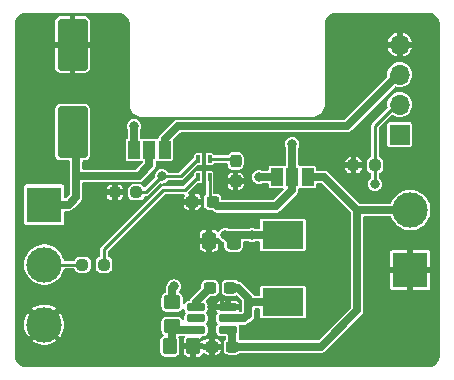
<source format=gbl>
G04 #@! TF.GenerationSoftware,KiCad,Pcbnew,8.0.3*
G04 #@! TF.CreationDate,2024-06-19T17:28:46+02:00*
G04 #@! TF.ProjectId,kurumi,6b757275-6d69-42e6-9b69-6361645f7063,rev?*
G04 #@! TF.SameCoordinates,Original*
G04 #@! TF.FileFunction,Copper,L2,Bot*
G04 #@! TF.FilePolarity,Positive*
%FSLAX46Y46*%
G04 Gerber Fmt 4.6, Leading zero omitted, Abs format (unit mm)*
G04 Created by KiCad (PCBNEW 8.0.3) date 2024-06-19 17:28:46*
%MOMM*%
%LPD*%
G01*
G04 APERTURE LIST*
G04 Aperture macros list*
%AMRoundRect*
0 Rectangle with rounded corners*
0 $1 Rounding radius*
0 $2 $3 $4 $5 $6 $7 $8 $9 X,Y pos of 4 corners*
0 Add a 4 corners polygon primitive as box body*
4,1,4,$2,$3,$4,$5,$6,$7,$8,$9,$2,$3,0*
0 Add four circle primitives for the rounded corners*
1,1,$1+$1,$2,$3*
1,1,$1+$1,$4,$5*
1,1,$1+$1,$6,$7*
1,1,$1+$1,$8,$9*
0 Add four rect primitives between the rounded corners*
20,1,$1+$1,$2,$3,$4,$5,0*
20,1,$1+$1,$4,$5,$6,$7,0*
20,1,$1+$1,$6,$7,$8,$9,0*
20,1,$1+$1,$8,$9,$2,$3,0*%
G04 Aperture macros list end*
G04 #@! TA.AperFunction,ComponentPad*
%ADD10R,3.000000X3.000000*%
G04 #@! TD*
G04 #@! TA.AperFunction,ComponentPad*
%ADD11C,3.000000*%
G04 #@! TD*
G04 #@! TA.AperFunction,ComponentPad*
%ADD12R,1.700000X1.700000*%
G04 #@! TD*
G04 #@! TA.AperFunction,ComponentPad*
%ADD13O,1.700000X1.700000*%
G04 #@! TD*
G04 #@! TA.AperFunction,SMDPad,CuDef*
%ADD14R,3.500000X2.350000*%
G04 #@! TD*
G04 #@! TA.AperFunction,SMDPad,CuDef*
%ADD15RoundRect,0.085000X0.085000X-0.265000X0.085000X0.265000X-0.085000X0.265000X-0.085000X-0.265000X0*%
G04 #@! TD*
G04 #@! TA.AperFunction,SMDPad,CuDef*
%ADD16RoundRect,0.237500X0.300000X0.237500X-0.300000X0.237500X-0.300000X-0.237500X0.300000X-0.237500X0*%
G04 #@! TD*
G04 #@! TA.AperFunction,SMDPad,CuDef*
%ADD17RoundRect,0.250000X0.337500X0.475000X-0.337500X0.475000X-0.337500X-0.475000X0.337500X-0.475000X0*%
G04 #@! TD*
G04 #@! TA.AperFunction,SMDPad,CuDef*
%ADD18RoundRect,0.237500X-0.250000X-0.237500X0.250000X-0.237500X0.250000X0.237500X-0.250000X0.237500X0*%
G04 #@! TD*
G04 #@! TA.AperFunction,SMDPad,CuDef*
%ADD19RoundRect,0.250000X-0.350000X-0.450000X0.350000X-0.450000X0.350000X0.450000X-0.350000X0.450000X0*%
G04 #@! TD*
G04 #@! TA.AperFunction,SMDPad,CuDef*
%ADD20RoundRect,0.237500X0.237500X-0.300000X0.237500X0.300000X-0.237500X0.300000X-0.237500X-0.300000X0*%
G04 #@! TD*
G04 #@! TA.AperFunction,SMDPad,CuDef*
%ADD21RoundRect,0.250000X-0.450000X0.350000X-0.450000X-0.350000X0.450000X-0.350000X0.450000X0.350000X0*%
G04 #@! TD*
G04 #@! TA.AperFunction,SMDPad,CuDef*
%ADD22R,1.000000X1.500000*%
G04 #@! TD*
G04 #@! TA.AperFunction,SMDPad,CuDef*
%ADD23RoundRect,0.162500X0.617500X0.162500X-0.617500X0.162500X-0.617500X-0.162500X0.617500X-0.162500X0*%
G04 #@! TD*
G04 #@! TA.AperFunction,SMDPad,CuDef*
%ADD24RoundRect,0.237500X0.250000X0.237500X-0.250000X0.237500X-0.250000X-0.237500X0.250000X-0.237500X0*%
G04 #@! TD*
G04 #@! TA.AperFunction,SMDPad,CuDef*
%ADD25RoundRect,0.250000X1.000000X-1.950000X1.000000X1.950000X-1.000000X1.950000X-1.000000X-1.950000X0*%
G04 #@! TD*
G04 #@! TA.AperFunction,ViaPad*
%ADD26C,0.800000*%
G04 #@! TD*
G04 #@! TA.AperFunction,Conductor*
%ADD27C,0.650000*%
G04 #@! TD*
G04 #@! TA.AperFunction,Conductor*
%ADD28C,0.250000*%
G04 #@! TD*
G04 APERTURE END LIST*
D10*
X16100000Y-28340000D03*
D11*
X16100000Y-33420000D03*
X16100000Y-38500000D03*
D12*
X46200000Y-22420000D03*
D13*
X46200000Y-19880000D03*
X46200000Y-17340000D03*
X46200000Y-14800000D03*
D10*
X47100000Y-33880000D03*
D11*
X47100000Y-28800000D03*
D14*
X36300000Y-36600000D03*
X36300000Y-30900000D03*
D15*
X30100000Y-26000000D03*
X29600000Y-26000000D03*
X29100000Y-26000000D03*
X29100000Y-24500000D03*
X29600000Y-24500000D03*
X30100000Y-24500000D03*
D16*
X31872500Y-35390000D03*
X30147500Y-35390000D03*
D17*
X32137500Y-31390000D03*
X30062500Y-31390000D03*
D18*
X19337500Y-33420000D03*
X21162500Y-33420000D03*
D19*
X26730000Y-40320000D03*
X28730000Y-40320000D03*
D20*
X32300000Y-26362500D03*
X32300000Y-24637500D03*
D21*
X26930000Y-36617500D03*
X26930000Y-38617500D03*
D22*
X35800000Y-26000000D03*
X37100000Y-26000000D03*
X38400000Y-26000000D03*
D23*
X31650000Y-37020000D03*
X31650000Y-37970000D03*
X31650000Y-38920000D03*
X28950000Y-38920000D03*
X28950000Y-37970000D03*
X28950000Y-37020000D03*
D16*
X30362500Y-28100000D03*
X28637500Y-28100000D03*
D24*
X44112500Y-25000000D03*
X42287500Y-25000000D03*
D16*
X32032501Y-40360000D03*
X30307499Y-40360000D03*
D25*
X18500000Y-22200000D03*
X18500000Y-14800000D03*
D22*
X23700000Y-23700000D03*
X25000000Y-23700000D03*
X26300000Y-23700000D03*
D24*
X23912500Y-27300000D03*
X22087500Y-27300000D03*
D26*
X37100000Y-23200000D03*
X29800000Y-34100000D03*
X21900000Y-14900000D03*
X30300000Y-38400000D03*
X37100000Y-38500000D03*
X36700000Y-34700000D03*
X35700000Y-33700000D03*
X35100000Y-38500000D03*
X36700000Y-33700000D03*
X35700000Y-32700000D03*
X30600000Y-30100000D03*
X33800000Y-34400000D03*
X29300000Y-27000000D03*
X34600000Y-39300000D03*
X30300000Y-39300000D03*
X36100000Y-38500000D03*
X35700000Y-34700000D03*
X29600000Y-30100000D03*
X33200000Y-32600000D03*
X29700000Y-41700000D03*
X30700000Y-41700000D03*
X30600000Y-33400000D03*
X33600000Y-39300000D03*
X34100000Y-38500000D03*
X31900000Y-33400000D03*
X37600000Y-39300000D03*
X14900000Y-14900000D03*
X37700000Y-33700000D03*
X34700000Y-32700000D03*
X30900000Y-34300000D03*
X36600000Y-39300000D03*
X36700000Y-32700000D03*
X32300000Y-27500000D03*
X35600000Y-39300000D03*
X28700000Y-41700000D03*
X31900000Y-34300000D03*
X31700000Y-41700000D03*
X33900000Y-35300000D03*
X29600000Y-23300000D03*
X32900000Y-34300000D03*
X33800000Y-33400000D03*
X29000000Y-34900000D03*
X31200000Y-32600000D03*
X34700000Y-34700000D03*
X20700000Y-13100000D03*
X27700000Y-41700000D03*
X37700000Y-34700000D03*
X28600000Y-32100000D03*
X31000000Y-25600000D03*
X37700000Y-32700000D03*
X31000000Y-26700000D03*
X34700000Y-33700000D03*
X30330000Y-37050000D03*
X28300000Y-35700000D03*
X28600000Y-31100000D03*
X28600000Y-30100000D03*
X16300000Y-13200000D03*
X32900000Y-33400000D03*
X33800000Y-31900000D03*
X32300000Y-24637500D03*
X23700000Y-21700000D03*
X27070000Y-35270000D03*
X34300000Y-26000000D03*
X31440000Y-30900000D03*
X33700000Y-30900000D03*
X44100000Y-26600000D03*
X26050000Y-25950000D03*
D27*
X30762500Y-28500000D02*
X35700000Y-28500000D01*
D28*
X30100000Y-27837500D02*
X30100000Y-26000000D01*
D27*
X37100000Y-26000000D02*
X37100000Y-23200000D01*
X30362500Y-28100000D02*
X30762500Y-28500000D01*
X35700000Y-28500000D02*
X37100000Y-27100000D01*
X37100000Y-27100000D02*
X37100000Y-26000000D01*
D28*
X29420000Y-39630000D02*
X29600000Y-39630000D01*
X31650000Y-37020000D02*
X31010000Y-36380000D01*
X31010000Y-36380000D02*
X31010000Y-34560000D01*
X31010000Y-34560000D02*
X31040000Y-34530000D01*
X28730000Y-40320000D02*
X29420000Y-39630000D01*
X30100000Y-24500000D02*
X32162500Y-24500000D01*
D27*
X32032501Y-40360000D02*
X39540000Y-40360000D01*
X47100000Y-28800000D02*
X42600000Y-28800000D01*
X42600000Y-37300000D02*
X42600000Y-28800000D01*
X47100000Y-29550000D02*
X47100000Y-28800000D01*
X39540000Y-40360000D02*
X42600000Y-37300000D01*
X42600000Y-28800000D02*
X39800000Y-26000000D01*
X32032501Y-39302501D02*
X32032501Y-40360000D01*
X23700000Y-21700000D02*
X23700000Y-23500000D01*
X31650000Y-38920000D02*
X32032501Y-39302501D01*
X39800000Y-26000000D02*
X38400000Y-26000000D01*
X33380000Y-36240000D02*
X33380000Y-36920000D01*
X32530000Y-35390000D02*
X33380000Y-36240000D01*
X33240000Y-37730000D02*
X33000000Y-37970000D01*
X33380000Y-37730000D02*
X33240000Y-37730000D01*
X33700000Y-36600000D02*
X36300000Y-36600000D01*
X33380000Y-36920000D02*
X33700000Y-36600000D01*
X31872500Y-35390000D02*
X32530000Y-35390000D01*
X33380000Y-36920000D02*
X33380000Y-37730000D01*
X33000000Y-37970000D02*
X31750000Y-37970000D01*
X31440000Y-30900000D02*
X31930000Y-31390000D01*
X34300000Y-26000000D02*
X35800000Y-26000000D01*
X36300000Y-30900000D02*
X33700000Y-30900000D01*
X33700000Y-30900000D02*
X31440000Y-30900000D01*
X31930000Y-31390000D02*
X32137500Y-31390000D01*
X26930000Y-35410000D02*
X27070000Y-35270000D01*
X26930000Y-36617500D02*
X26930000Y-35410000D01*
X18800000Y-22500000D02*
X18500000Y-22200000D01*
X18900000Y-25900000D02*
X18800000Y-26000000D01*
X25000000Y-25000000D02*
X24100000Y-25900000D01*
X18160000Y-28340000D02*
X18800000Y-27700000D01*
X15400000Y-28340000D02*
X18160000Y-28340000D01*
X24100000Y-25900000D02*
X18900000Y-25900000D01*
X25000000Y-23500000D02*
X25000000Y-25000000D01*
X18800000Y-27700000D02*
X18800000Y-22500000D01*
D28*
X19337500Y-33420000D02*
X16100000Y-33420000D01*
X44100000Y-21700000D02*
X45920000Y-19880000D01*
X45920000Y-19880000D02*
X46200000Y-19880000D01*
X44100000Y-26600000D02*
X44100000Y-21700000D01*
D27*
X46060000Y-17340000D02*
X41700000Y-21700000D01*
X46200000Y-17340000D02*
X46060000Y-17340000D01*
X27400000Y-21700000D02*
X26300000Y-22800000D01*
X26300000Y-22800000D02*
X26300000Y-23181625D01*
X41700000Y-21700000D02*
X27400000Y-21700000D01*
D28*
X26050000Y-25950000D02*
X24700000Y-27300000D01*
X26050000Y-25950000D02*
X27650000Y-25950000D01*
X24700000Y-27300000D02*
X23912500Y-27300000D01*
X27650000Y-25950000D02*
X29100000Y-24500000D01*
X26200000Y-27100000D02*
X21162500Y-32137500D01*
X29100000Y-26000000D02*
X28000000Y-27100000D01*
X21162500Y-32137500D02*
X21162500Y-33420000D01*
X28000000Y-27100000D02*
X26200000Y-27100000D01*
D27*
X28950000Y-36587500D02*
X30147500Y-35390000D01*
X28950000Y-37020000D02*
X28950000Y-36587500D01*
X26930000Y-40320000D02*
X26910000Y-40340000D01*
X28950000Y-38920000D02*
X27232500Y-38920000D01*
X26930000Y-38617500D02*
X26930000Y-40320000D01*
X27232500Y-38920000D02*
X26930000Y-38617500D01*
G04 #@! TA.AperFunction,Conductor*
G36*
X22351224Y-12100030D02*
G01*
X22377839Y-12100682D01*
X22439724Y-12102198D01*
X22456613Y-12104070D01*
X22513581Y-12115401D01*
X22631428Y-12138842D01*
X22649989Y-12144473D01*
X22813530Y-12212214D01*
X22830643Y-12221361D01*
X22977818Y-12319700D01*
X22992821Y-12332012D01*
X23117987Y-12457178D01*
X23130299Y-12472181D01*
X23228638Y-12619356D01*
X23237786Y-12636471D01*
X23305524Y-12800003D01*
X23311158Y-12818576D01*
X23345929Y-12993386D01*
X23347801Y-13010273D01*
X23349970Y-13098774D01*
X23350000Y-13101200D01*
X23350000Y-19900011D01*
X23352406Y-19998251D01*
X23390743Y-20190985D01*
X23465944Y-20372535D01*
X23465951Y-20372549D01*
X23575113Y-20535921D01*
X23575116Y-20535924D01*
X23575119Y-20535928D01*
X23714072Y-20674881D01*
X23714075Y-20674883D01*
X23714078Y-20674886D01*
X23877450Y-20784048D01*
X23877460Y-20784053D01*
X23877463Y-20784055D01*
X24059013Y-20859256D01*
X24251746Y-20897593D01*
X24349988Y-20900000D01*
X38850000Y-20900000D01*
X38850012Y-20900000D01*
X38928603Y-20898074D01*
X38948254Y-20897593D01*
X39140987Y-20859256D01*
X39322537Y-20784055D01*
X39322542Y-20784051D01*
X39322549Y-20784048D01*
X39485921Y-20674886D01*
X39485921Y-20674885D01*
X39485928Y-20674881D01*
X39624881Y-20535928D01*
X39624886Y-20535921D01*
X39734048Y-20372549D01*
X39734051Y-20372542D01*
X39734055Y-20372537D01*
X39809256Y-20190987D01*
X39847593Y-19998254D01*
X39850000Y-19900000D01*
X39850000Y-14549999D01*
X45178588Y-14549999D01*
X45178589Y-14550000D01*
X45766988Y-14550000D01*
X45734075Y-14607007D01*
X45700000Y-14734174D01*
X45700000Y-14865826D01*
X45734075Y-14992993D01*
X45766988Y-15050000D01*
X45178589Y-15050000D01*
X45225232Y-15203762D01*
X45225234Y-15203767D01*
X45322724Y-15386160D01*
X45322731Y-15386170D01*
X45453940Y-15546050D01*
X45453949Y-15546059D01*
X45613829Y-15677268D01*
X45613839Y-15677275D01*
X45796232Y-15774765D01*
X45796237Y-15774767D01*
X45949999Y-15821411D01*
X45950000Y-15821411D01*
X45950000Y-15233012D01*
X46007007Y-15265925D01*
X46134174Y-15300000D01*
X46265826Y-15300000D01*
X46392993Y-15265925D01*
X46450000Y-15233012D01*
X46450000Y-15821411D01*
X46603762Y-15774767D01*
X46603767Y-15774765D01*
X46786160Y-15677275D01*
X46786170Y-15677268D01*
X46946050Y-15546059D01*
X46946059Y-15546050D01*
X47077268Y-15386170D01*
X47077275Y-15386160D01*
X47174765Y-15203767D01*
X47174767Y-15203762D01*
X47221411Y-15050000D01*
X46633012Y-15050000D01*
X46665925Y-14992993D01*
X46700000Y-14865826D01*
X46700000Y-14734174D01*
X46665925Y-14607007D01*
X46633012Y-14550000D01*
X47221411Y-14550000D01*
X47221411Y-14549999D01*
X47174767Y-14396237D01*
X47174765Y-14396232D01*
X47077275Y-14213839D01*
X47077268Y-14213829D01*
X46946059Y-14053949D01*
X46946050Y-14053940D01*
X46786170Y-13922731D01*
X46786160Y-13922724D01*
X46603771Y-13825236D01*
X46603758Y-13825231D01*
X46450000Y-13778588D01*
X46450000Y-14366988D01*
X46392993Y-14334075D01*
X46265826Y-14300000D01*
X46134174Y-14300000D01*
X46007007Y-14334075D01*
X45950000Y-14366988D01*
X45950000Y-13778588D01*
X45796241Y-13825231D01*
X45796228Y-13825236D01*
X45613839Y-13922724D01*
X45613829Y-13922731D01*
X45453949Y-14053940D01*
X45453940Y-14053949D01*
X45322731Y-14213829D01*
X45322724Y-14213839D01*
X45225234Y-14396232D01*
X45225232Y-14396237D01*
X45178588Y-14549999D01*
X39850000Y-14549999D01*
X39850000Y-13101200D01*
X39850030Y-13098776D01*
X39852198Y-13010275D01*
X39854070Y-12993386D01*
X39857643Y-12975420D01*
X39888843Y-12818568D01*
X39894472Y-12800012D01*
X39962216Y-12636464D01*
X39971357Y-12619362D01*
X40069704Y-12472176D01*
X40082007Y-12457183D01*
X40207183Y-12332007D01*
X40222176Y-12319704D01*
X40369362Y-12221357D01*
X40386464Y-12212216D01*
X40550012Y-12144472D01*
X40568568Y-12138843D01*
X40743386Y-12104070D01*
X40760274Y-12102198D01*
X40831014Y-12100465D01*
X40848776Y-12100030D01*
X40851200Y-12100000D01*
X48598800Y-12100000D01*
X48601224Y-12100030D01*
X48627839Y-12100682D01*
X48689724Y-12102198D01*
X48706613Y-12104070D01*
X48763581Y-12115401D01*
X48881428Y-12138842D01*
X48899989Y-12144473D01*
X49063530Y-12212214D01*
X49080643Y-12221361D01*
X49227818Y-12319700D01*
X49242821Y-12332012D01*
X49367987Y-12457178D01*
X49380299Y-12472181D01*
X49478638Y-12619356D01*
X49487786Y-12636471D01*
X49555524Y-12800003D01*
X49561158Y-12818576D01*
X49595929Y-12993386D01*
X49597801Y-13010273D01*
X49599970Y-13098774D01*
X49600000Y-13101200D01*
X49600000Y-41098799D01*
X49599970Y-41101225D01*
X49597801Y-41189726D01*
X49595929Y-41206613D01*
X49561158Y-41381423D01*
X49555524Y-41399996D01*
X49487786Y-41563528D01*
X49478638Y-41580643D01*
X49380299Y-41727818D01*
X49367987Y-41742821D01*
X49242821Y-41867987D01*
X49227818Y-41880299D01*
X49080643Y-41978638D01*
X49063528Y-41987786D01*
X48899996Y-42055524D01*
X48881423Y-42061158D01*
X48706613Y-42095929D01*
X48689726Y-42097801D01*
X48604410Y-42099891D01*
X48601223Y-42099970D01*
X48598800Y-42100000D01*
X14601200Y-42100000D01*
X14598776Y-42099970D01*
X14595505Y-42099889D01*
X14510273Y-42097801D01*
X14493386Y-42095929D01*
X14318576Y-42061158D01*
X14300003Y-42055524D01*
X14136471Y-41987786D01*
X14119356Y-41978638D01*
X13972181Y-41880299D01*
X13957178Y-41867987D01*
X13832012Y-41742821D01*
X13819700Y-41727818D01*
X13721361Y-41580643D01*
X13712213Y-41563528D01*
X13644473Y-41399989D01*
X13638842Y-41381428D01*
X13606832Y-41220499D01*
X13604070Y-41206613D01*
X13602198Y-41189724D01*
X13600030Y-41101223D01*
X13600000Y-41098799D01*
X13600000Y-38499997D01*
X14395233Y-38499997D01*
X14395233Y-38500002D01*
X14414273Y-38754076D01*
X14414275Y-38754086D01*
X14470970Y-39002487D01*
X14470970Y-39002489D01*
X14564055Y-39239664D01*
X14564064Y-39239683D01*
X14691455Y-39460330D01*
X14733452Y-39512991D01*
X15414766Y-38831676D01*
X15426497Y-38859995D01*
X15509670Y-38984472D01*
X15615528Y-39090330D01*
X15740005Y-39173503D01*
X15768321Y-39185231D01*
X15086814Y-39866739D01*
X15247620Y-39976374D01*
X15477176Y-40086922D01*
X15720649Y-40162023D01*
X15720659Y-40162025D01*
X15972599Y-40199999D01*
X15972608Y-40200000D01*
X16227392Y-40200000D01*
X16227400Y-40199999D01*
X16479340Y-40162025D01*
X16479350Y-40162023D01*
X16722823Y-40086921D01*
X16952381Y-39976373D01*
X17113184Y-39866739D01*
X17062170Y-39815725D01*
X25929500Y-39815725D01*
X25929500Y-40824274D01*
X25932353Y-40854694D01*
X25932355Y-40854703D01*
X25977207Y-40982883D01*
X26057845Y-41092144D01*
X26057847Y-41092146D01*
X26057850Y-41092150D01*
X26057853Y-41092152D01*
X26057855Y-41092154D01*
X26167116Y-41172792D01*
X26167117Y-41172792D01*
X26167118Y-41172793D01*
X26295301Y-41217646D01*
X26325725Y-41220499D01*
X26325727Y-41220500D01*
X26325734Y-41220500D01*
X27134273Y-41220500D01*
X27134273Y-41220499D01*
X27164699Y-41217646D01*
X27292882Y-41172793D01*
X27402150Y-41092150D01*
X27482793Y-40982882D01*
X27527646Y-40854699D01*
X27530499Y-40824273D01*
X27530500Y-40824273D01*
X27530500Y-40570001D01*
X27930001Y-40570001D01*
X27930001Y-40824203D01*
X27932850Y-40854600D01*
X27932850Y-40854602D01*
X27977654Y-40982647D01*
X28058207Y-41091790D01*
X28058209Y-41091792D01*
X28167352Y-41172345D01*
X28295398Y-41217149D01*
X28325789Y-41219999D01*
X28480000Y-41219999D01*
X28480000Y-40570001D01*
X28980000Y-40570001D01*
X28980000Y-41219998D01*
X28980001Y-41219999D01*
X29134203Y-41219999D01*
X29164600Y-41217149D01*
X29164602Y-41217149D01*
X29292647Y-41172345D01*
X29401790Y-41091792D01*
X29401792Y-41091790D01*
X29482345Y-40982646D01*
X29505919Y-40915274D01*
X29542984Y-40866593D01*
X29601584Y-40848995D01*
X29659336Y-40869202D01*
X29679019Y-40889182D01*
X29694640Y-40910348D01*
X29694650Y-40910358D01*
X29800758Y-40988669D01*
X29925239Y-41032227D01*
X29925240Y-41032228D01*
X29954798Y-41035000D01*
X30057498Y-41035000D01*
X30057499Y-41034999D01*
X30057499Y-40610001D01*
X30557499Y-40610001D01*
X30557499Y-41034999D01*
X30557500Y-41035000D01*
X30660200Y-41035000D01*
X30689757Y-41032228D01*
X30689758Y-41032227D01*
X30814239Y-40988669D01*
X30920347Y-40910358D01*
X30920357Y-40910348D01*
X30998668Y-40804240D01*
X31042226Y-40679759D01*
X31042227Y-40679758D01*
X31044999Y-40650201D01*
X31044999Y-40610001D01*
X31044998Y-40610000D01*
X30557500Y-40610000D01*
X30557499Y-40610001D01*
X30057499Y-40610001D01*
X30057498Y-40610000D01*
X29608006Y-40610000D01*
X29549815Y-40591093D01*
X29538002Y-40581004D01*
X29526998Y-40570000D01*
X28980001Y-40570000D01*
X28980000Y-40570001D01*
X28480000Y-40570001D01*
X28479999Y-40570000D01*
X27930002Y-40570000D01*
X27930001Y-40570001D01*
X27530500Y-40570001D01*
X27530500Y-39815727D01*
X27530499Y-39815725D01*
X27530222Y-39812768D01*
X27527646Y-39785301D01*
X27482793Y-39657118D01*
X27482792Y-39657116D01*
X27474845Y-39646348D01*
X27455503Y-39588301D01*
X27455500Y-39587560D01*
X27455500Y-39544500D01*
X27474407Y-39486309D01*
X27523907Y-39450345D01*
X27554500Y-39445500D01*
X27937901Y-39445500D01*
X27996092Y-39464407D01*
X28032056Y-39513907D01*
X28032056Y-39575093D01*
X28017556Y-39603288D01*
X27977655Y-39657350D01*
X27932850Y-39785398D01*
X27930000Y-39815788D01*
X27930000Y-40069999D01*
X27930001Y-40070000D01*
X29491993Y-40070000D01*
X29550184Y-40088907D01*
X29561997Y-40098996D01*
X29573001Y-40110000D01*
X30057498Y-40110000D01*
X30057499Y-40109999D01*
X30057499Y-39685001D01*
X30557499Y-39685001D01*
X30557499Y-40109999D01*
X30557500Y-40110000D01*
X31044998Y-40110000D01*
X31044999Y-40109999D01*
X31044999Y-40069798D01*
X31042227Y-40040241D01*
X31042226Y-40040240D01*
X30998668Y-39915759D01*
X30920357Y-39809651D01*
X30920347Y-39809641D01*
X30814239Y-39731330D01*
X30689758Y-39687772D01*
X30689757Y-39687771D01*
X30660200Y-39685000D01*
X30557500Y-39685000D01*
X30557499Y-39685001D01*
X30057499Y-39685001D01*
X30057498Y-39685000D01*
X29954798Y-39685000D01*
X29925240Y-39687771D01*
X29925239Y-39687772D01*
X29800758Y-39731330D01*
X29694650Y-39809641D01*
X29689399Y-39814893D01*
X29687274Y-39812768D01*
X29648225Y-39840685D01*
X29587042Y-39840217D01*
X29537818Y-39803875D01*
X29524909Y-39778996D01*
X29482344Y-39657352D01*
X29442443Y-39603288D01*
X29423101Y-39545240D01*
X29441572Y-39486909D01*
X29490801Y-39450576D01*
X29522098Y-39445499D01*
X29601943Y-39445499D01*
X29601948Y-39445499D01*
X29649542Y-39438565D01*
X29672504Y-39435221D01*
X29672505Y-39435220D01*
X29672509Y-39435220D01*
X29672511Y-39435218D01*
X29672514Y-39435218D01*
X29781343Y-39382014D01*
X29781343Y-39382013D01*
X29781347Y-39382012D01*
X29867012Y-39296347D01*
X29920220Y-39187509D01*
X29930500Y-39116949D01*
X29930499Y-38723052D01*
X29920220Y-38652491D01*
X29920219Y-38652488D01*
X29920218Y-38652485D01*
X29867014Y-38543656D01*
X29867012Y-38543654D01*
X29867012Y-38543653D01*
X29838360Y-38515001D01*
X29810585Y-38460487D01*
X29820156Y-38400055D01*
X29838359Y-38374999D01*
X29867012Y-38346347D01*
X29920220Y-38237509D01*
X29930500Y-38166949D01*
X29930499Y-37773052D01*
X29924031Y-37728652D01*
X29920221Y-37702495D01*
X29920218Y-37702485D01*
X29867014Y-37593656D01*
X29867012Y-37593654D01*
X29867012Y-37593653D01*
X29838360Y-37565001D01*
X29810585Y-37510487D01*
X29820156Y-37450055D01*
X29838359Y-37424999D01*
X29867012Y-37396347D01*
X29920220Y-37287509D01*
X29930500Y-37216949D01*
X29930499Y-36823052D01*
X29922771Y-36770000D01*
X30677736Y-36770000D01*
X31399999Y-36770000D01*
X31400000Y-36769999D01*
X31400000Y-36495001D01*
X31900000Y-36495001D01*
X31900000Y-36769999D01*
X31900001Y-36770000D01*
X32622263Y-36770000D01*
X32619733Y-36752636D01*
X32566599Y-36643948D01*
X32481051Y-36558400D01*
X32372363Y-36505266D01*
X32301898Y-36495000D01*
X31900001Y-36495000D01*
X31900000Y-36495001D01*
X31400000Y-36495001D01*
X31399999Y-36495000D01*
X30998104Y-36495000D01*
X30998098Y-36495001D01*
X30927639Y-36505265D01*
X30927635Y-36505266D01*
X30818948Y-36558400D01*
X30733400Y-36643948D01*
X30680266Y-36752636D01*
X30677736Y-36770000D01*
X29922771Y-36770000D01*
X29920221Y-36752495D01*
X29920218Y-36752485D01*
X29867014Y-36643656D01*
X29867012Y-36643654D01*
X29867012Y-36643653D01*
X29822015Y-36598656D01*
X29794240Y-36544142D01*
X29803811Y-36483710D01*
X29822018Y-36458651D01*
X30186174Y-36094496D01*
X30240690Y-36066719D01*
X30256177Y-36065500D01*
X30500262Y-36065500D01*
X30500265Y-36065499D01*
X30529849Y-36062725D01*
X30654475Y-36019116D01*
X30760711Y-35940711D01*
X30839116Y-35834475D01*
X30882725Y-35709849D01*
X30885500Y-35680256D01*
X30885500Y-35099744D01*
X30885500Y-35099738D01*
X30885499Y-35099733D01*
X30882725Y-35070155D01*
X30882725Y-35070151D01*
X30839116Y-34945525D01*
X30803159Y-34896805D01*
X30760714Y-34839293D01*
X30760713Y-34839292D01*
X30760711Y-34839289D01*
X30760706Y-34839285D01*
X30654476Y-34760884D01*
X30529852Y-34717276D01*
X30529851Y-34717275D01*
X30529849Y-34717275D01*
X30529847Y-34717274D01*
X30529844Y-34717274D01*
X30500266Y-34714500D01*
X30500256Y-34714500D01*
X29794744Y-34714500D01*
X29794733Y-34714500D01*
X29765155Y-34717274D01*
X29765147Y-34717276D01*
X29640523Y-34760884D01*
X29534293Y-34839285D01*
X29534285Y-34839293D01*
X29455884Y-34945523D01*
X29412276Y-35070147D01*
X29412274Y-35070155D01*
X29409500Y-35099733D01*
X29409500Y-35343822D01*
X29390593Y-35402013D01*
X29380504Y-35413826D01*
X28627337Y-36166993D01*
X28627335Y-36166995D01*
X28627334Y-36166994D01*
X28529494Y-36264835D01*
X28460315Y-36384656D01*
X28460313Y-36384661D01*
X28460312Y-36384663D01*
X28460312Y-36384664D01*
X28452743Y-36412908D01*
X28452740Y-36412920D01*
X28450537Y-36421137D01*
X28417206Y-36472446D01*
X28360081Y-36494365D01*
X28354916Y-36494500D01*
X28298057Y-36494500D01*
X28298048Y-36494501D01*
X28227495Y-36504778D01*
X28227485Y-36504781D01*
X28118656Y-36557985D01*
X28032987Y-36643654D01*
X28018441Y-36673410D01*
X27975897Y-36717384D01*
X27915631Y-36727953D01*
X27860663Y-36701080D01*
X27831988Y-36647030D01*
X27830500Y-36629929D01*
X27830500Y-36213227D01*
X27830499Y-36213225D01*
X27827646Y-36182805D01*
X27827646Y-36182801D01*
X27782793Y-36054618D01*
X27782077Y-36053648D01*
X27702154Y-35945355D01*
X27702152Y-35945353D01*
X27702150Y-35945350D01*
X27702146Y-35945347D01*
X27702144Y-35945345D01*
X27592883Y-35864707D01*
X27546755Y-35848566D01*
X27498074Y-35811500D01*
X27480478Y-35752900D01*
X27500687Y-35695148D01*
X27500742Y-35695075D01*
X27594536Y-35572841D01*
X27655044Y-35426762D01*
X27675682Y-35270000D01*
X27655044Y-35113238D01*
X27642317Y-35082513D01*
X27594537Y-34967161D01*
X27594537Y-34967160D01*
X27498286Y-34841723D01*
X27498285Y-34841722D01*
X27498282Y-34841718D01*
X27498277Y-34841714D01*
X27498276Y-34841713D01*
X27382964Y-34753232D01*
X27372841Y-34745464D01*
X27372840Y-34745463D01*
X27372838Y-34745462D01*
X27226766Y-34684957D01*
X27226758Y-34684955D01*
X27070001Y-34664318D01*
X27069999Y-34664318D01*
X26913241Y-34684955D01*
X26913233Y-34684957D01*
X26767161Y-34745462D01*
X26767160Y-34745462D01*
X26641723Y-34841713D01*
X26641713Y-34841723D01*
X26545462Y-34967160D01*
X26545462Y-34967161D01*
X26484956Y-35113237D01*
X26484954Y-35113242D01*
X26484694Y-35115222D01*
X26483413Y-35118995D01*
X26483276Y-35119507D01*
X26483242Y-35119498D01*
X26472280Y-35151792D01*
X26440312Y-35207163D01*
X26440313Y-35207163D01*
X26440312Y-35207165D01*
X26404499Y-35340814D01*
X26404499Y-35487157D01*
X26404500Y-35487170D01*
X26404500Y-35746390D01*
X26385593Y-35804581D01*
X26338199Y-35839834D01*
X26267115Y-35864707D01*
X26157855Y-35945345D01*
X26157845Y-35945355D01*
X26077207Y-36054616D01*
X26032355Y-36182796D01*
X26032353Y-36182805D01*
X26029500Y-36213225D01*
X26029500Y-37021771D01*
X26032353Y-37052194D01*
X26032355Y-37052203D01*
X26077207Y-37180383D01*
X26157845Y-37289644D01*
X26157847Y-37289646D01*
X26157850Y-37289650D01*
X26157853Y-37289652D01*
X26157855Y-37289654D01*
X26267116Y-37370292D01*
X26267117Y-37370292D01*
X26267118Y-37370293D01*
X26395301Y-37415146D01*
X26425725Y-37417999D01*
X26425727Y-37418000D01*
X26425734Y-37418000D01*
X27434273Y-37418000D01*
X27434273Y-37417999D01*
X27464699Y-37415146D01*
X27592882Y-37370293D01*
X27702150Y-37289650D01*
X27782793Y-37180382D01*
X27782797Y-37180369D01*
X27783333Y-37179358D01*
X27784096Y-37178616D01*
X27787199Y-37174413D01*
X27787896Y-37174927D01*
X27827232Y-37136738D01*
X27887799Y-37128062D01*
X27941899Y-37156642D01*
X27968867Y-37211564D01*
X27969297Y-37215550D01*
X27979778Y-37287504D01*
X27979781Y-37287514D01*
X28032985Y-37396343D01*
X28032987Y-37396345D01*
X28032988Y-37396347D01*
X28061639Y-37424998D01*
X28089415Y-37479513D01*
X28079844Y-37539945D01*
X28061640Y-37565000D01*
X28032988Y-37593653D01*
X28032987Y-37593654D01*
X27979783Y-37702485D01*
X27979780Y-37702491D01*
X27969501Y-37773048D01*
X27969500Y-37773054D01*
X27969500Y-38008699D01*
X27950593Y-38066890D01*
X27901093Y-38102854D01*
X27839907Y-38102854D01*
X27790407Y-38066890D01*
X27782969Y-38054951D01*
X27782791Y-38054614D01*
X27702154Y-37945355D01*
X27702152Y-37945353D01*
X27702150Y-37945350D01*
X27702146Y-37945347D01*
X27702144Y-37945345D01*
X27592883Y-37864707D01*
X27464703Y-37819855D01*
X27464694Y-37819853D01*
X27434274Y-37817000D01*
X27434266Y-37817000D01*
X26425734Y-37817000D01*
X26425725Y-37817000D01*
X26395305Y-37819853D01*
X26395296Y-37819855D01*
X26267116Y-37864707D01*
X26157855Y-37945345D01*
X26157845Y-37945355D01*
X26077207Y-38054616D01*
X26032355Y-38182796D01*
X26032353Y-38182805D01*
X26029500Y-38213225D01*
X26029500Y-39021774D01*
X26032353Y-39052194D01*
X26032355Y-39052203D01*
X26077207Y-39180383D01*
X26157845Y-39289644D01*
X26157847Y-39289646D01*
X26157850Y-39289650D01*
X26157853Y-39289652D01*
X26157855Y-39289654D01*
X26175136Y-39302408D01*
X26210729Y-39352176D01*
X26210271Y-39413359D01*
X26173938Y-39462589D01*
X26170473Y-39464729D01*
X26057855Y-39547845D01*
X26057845Y-39547855D01*
X25977207Y-39657116D01*
X25932355Y-39785296D01*
X25932353Y-39785305D01*
X25929500Y-39815725D01*
X17062170Y-39815725D01*
X16431677Y-39185232D01*
X16459995Y-39173503D01*
X16584472Y-39090330D01*
X16690330Y-38984472D01*
X16773503Y-38859995D01*
X16785232Y-38831677D01*
X17466546Y-39512991D01*
X17508544Y-39460330D01*
X17635935Y-39239683D01*
X17635944Y-39239664D01*
X17729029Y-39002489D01*
X17729029Y-39002487D01*
X17785724Y-38754086D01*
X17785726Y-38754076D01*
X17804767Y-38500002D01*
X17804767Y-38499997D01*
X17785726Y-38245923D01*
X17785724Y-38245913D01*
X17729029Y-37997512D01*
X17729029Y-37997510D01*
X17635944Y-37760335D01*
X17635935Y-37760316D01*
X17508549Y-37539678D01*
X17508543Y-37539669D01*
X17466546Y-37487007D01*
X16785231Y-38168321D01*
X16773503Y-38140005D01*
X16690330Y-38015528D01*
X16584472Y-37909670D01*
X16459995Y-37826497D01*
X16431676Y-37814766D01*
X17113183Y-37133260D01*
X16952376Y-37023624D01*
X16722823Y-36913078D01*
X16479350Y-36837976D01*
X16479340Y-36837974D01*
X16227400Y-36800000D01*
X15972599Y-36800000D01*
X15720659Y-36837974D01*
X15720649Y-36837976D01*
X15477176Y-36913077D01*
X15247615Y-37023628D01*
X15086814Y-37133259D01*
X15768322Y-37814767D01*
X15740005Y-37826497D01*
X15615528Y-37909670D01*
X15509670Y-38015528D01*
X15426497Y-38140005D01*
X15414767Y-38168322D01*
X14733452Y-37487007D01*
X14691461Y-37539662D01*
X14691451Y-37539677D01*
X14564064Y-37760316D01*
X14564055Y-37760335D01*
X14470970Y-37997510D01*
X14470970Y-37997512D01*
X14414275Y-38245913D01*
X14414273Y-38245923D01*
X14395233Y-38499997D01*
X13600000Y-38499997D01*
X13600000Y-33419997D01*
X14394732Y-33419997D01*
X14394732Y-33420002D01*
X14413777Y-33674152D01*
X14413779Y-33674161D01*
X14470492Y-33922639D01*
X14551877Y-34130001D01*
X14563607Y-34159888D01*
X14691041Y-34380612D01*
X14691045Y-34380618D01*
X14691047Y-34380620D01*
X14849940Y-34579866D01*
X14849951Y-34579878D01*
X15036776Y-34753226D01*
X15036778Y-34753227D01*
X15036783Y-34753232D01*
X15247366Y-34896805D01*
X15476996Y-35007389D01*
X15720542Y-35082513D01*
X15972565Y-35120500D01*
X15972570Y-35120500D01*
X16227430Y-35120500D01*
X16227435Y-35120500D01*
X16479458Y-35082513D01*
X16723004Y-35007389D01*
X16952634Y-34896805D01*
X17163217Y-34753232D01*
X17350050Y-34579877D01*
X17508959Y-34380612D01*
X17636393Y-34159888D01*
X17729508Y-33922637D01*
X17752370Y-33822470D01*
X17783752Y-33769946D01*
X17840013Y-33745899D01*
X17848888Y-33745500D01*
X18584008Y-33745500D01*
X18642199Y-33764407D01*
X18677452Y-33811802D01*
X18695882Y-33864472D01*
X18695885Y-33864478D01*
X18762585Y-33954853D01*
X18774289Y-33970711D01*
X18774292Y-33970713D01*
X18774293Y-33970714D01*
X18880523Y-34049115D01*
X18880524Y-34049115D01*
X18880525Y-34049116D01*
X19005151Y-34092725D01*
X19032441Y-34095284D01*
X19034733Y-34095499D01*
X19034738Y-34095500D01*
X19034744Y-34095500D01*
X19640262Y-34095500D01*
X19640265Y-34095499D01*
X19669849Y-34092725D01*
X19794475Y-34049116D01*
X19900711Y-33970711D01*
X19979116Y-33864475D01*
X20022725Y-33739849D01*
X20025500Y-33710256D01*
X20025500Y-33129744D01*
X20025500Y-33129738D01*
X20025499Y-33129733D01*
X20474500Y-33129733D01*
X20474500Y-33710266D01*
X20477274Y-33739844D01*
X20477276Y-33739852D01*
X20520884Y-33864476D01*
X20587585Y-33954853D01*
X20599289Y-33970711D01*
X20599292Y-33970713D01*
X20599293Y-33970714D01*
X20705523Y-34049115D01*
X20705524Y-34049115D01*
X20705525Y-34049116D01*
X20830151Y-34092725D01*
X20857441Y-34095284D01*
X20859733Y-34095499D01*
X20859738Y-34095500D01*
X20859744Y-34095500D01*
X21465262Y-34095500D01*
X21465265Y-34095499D01*
X21494849Y-34092725D01*
X21619475Y-34049116D01*
X21725711Y-33970711D01*
X21804116Y-33864475D01*
X21847725Y-33739849D01*
X21850500Y-33710256D01*
X21850500Y-33129744D01*
X21850500Y-33129738D01*
X21850499Y-33129733D01*
X21847725Y-33100155D01*
X21847725Y-33100151D01*
X21804116Y-32975525D01*
X21804113Y-32975521D01*
X21725714Y-32869293D01*
X21725713Y-32869292D01*
X21725711Y-32869289D01*
X21725706Y-32869285D01*
X21619477Y-32790884D01*
X21554301Y-32768078D01*
X21505621Y-32731012D01*
X21488000Y-32674634D01*
X21488000Y-32313334D01*
X21506907Y-32255143D01*
X21516996Y-32243330D01*
X22120325Y-31640001D01*
X29275001Y-31640001D01*
X29275001Y-31919203D01*
X29277850Y-31949600D01*
X29277850Y-31949602D01*
X29322654Y-32077647D01*
X29403207Y-32186790D01*
X29403209Y-32186792D01*
X29512352Y-32267345D01*
X29640398Y-32312149D01*
X29670789Y-32314999D01*
X29812500Y-32314999D01*
X29812500Y-31640001D01*
X30312500Y-31640001D01*
X30312500Y-32314998D01*
X30312501Y-32314999D01*
X30454203Y-32314999D01*
X30484600Y-32312149D01*
X30484602Y-32312149D01*
X30612647Y-32267345D01*
X30721790Y-32186792D01*
X30721792Y-32186790D01*
X30802345Y-32077647D01*
X30847149Y-31949601D01*
X30849999Y-31919211D01*
X30850000Y-31919210D01*
X30850000Y-31640001D01*
X30849999Y-31640000D01*
X30312501Y-31640000D01*
X30312500Y-31640001D01*
X29812500Y-31640001D01*
X29812499Y-31640000D01*
X29275002Y-31640000D01*
X29275001Y-31640001D01*
X22120325Y-31640001D01*
X22899538Y-30860788D01*
X29275000Y-30860788D01*
X29275000Y-31139999D01*
X29275001Y-31140000D01*
X29812499Y-31140000D01*
X29812500Y-31139999D01*
X29812500Y-30465001D01*
X30312500Y-30465001D01*
X30312500Y-31139999D01*
X30312501Y-31140000D01*
X30823284Y-31140000D01*
X30881475Y-31158907D01*
X30911846Y-31197431D01*
X30912217Y-31197218D01*
X30913693Y-31199774D01*
X30914746Y-31201110D01*
X30915461Y-31202836D01*
X30915462Y-31202839D01*
X30915464Y-31202841D01*
X31011718Y-31328282D01*
X31011722Y-31328285D01*
X31011723Y-31328286D01*
X31137157Y-31424535D01*
X31137158Y-31424535D01*
X31137159Y-31424536D01*
X31238009Y-31466309D01*
X31262714Y-31476542D01*
X31294833Y-31498002D01*
X31320504Y-31523673D01*
X31348281Y-31578190D01*
X31349500Y-31593677D01*
X31349500Y-31919274D01*
X31352353Y-31949694D01*
X31352355Y-31949703D01*
X31397207Y-32077883D01*
X31477845Y-32187144D01*
X31477847Y-32187146D01*
X31477850Y-32187150D01*
X31477853Y-32187152D01*
X31477855Y-32187154D01*
X31587116Y-32267792D01*
X31587117Y-32267792D01*
X31587118Y-32267793D01*
X31715301Y-32312646D01*
X31745725Y-32315499D01*
X31745727Y-32315500D01*
X31745734Y-32315500D01*
X32529273Y-32315500D01*
X32529273Y-32315499D01*
X32559699Y-32312646D01*
X32687882Y-32267793D01*
X32797150Y-32187150D01*
X32877793Y-32077882D01*
X32922646Y-31949699D01*
X32925499Y-31919273D01*
X32925500Y-31919273D01*
X32925500Y-31524500D01*
X32944407Y-31466309D01*
X32993907Y-31430345D01*
X33024500Y-31425500D01*
X33379794Y-31425500D01*
X33417679Y-31433035D01*
X33543238Y-31485044D01*
X33660809Y-31500522D01*
X33699999Y-31505682D01*
X33700000Y-31505682D01*
X33700001Y-31505682D01*
X33731352Y-31501554D01*
X33856762Y-31485044D01*
X33982320Y-31433035D01*
X34020206Y-31425500D01*
X34250500Y-31425500D01*
X34308691Y-31444407D01*
X34344655Y-31493907D01*
X34349500Y-31524500D01*
X34349500Y-32094746D01*
X34349501Y-32094758D01*
X34361132Y-32153227D01*
X34361134Y-32153233D01*
X34405445Y-32219548D01*
X34405448Y-32219552D01*
X34471769Y-32263867D01*
X34514295Y-32272326D01*
X34530241Y-32275498D01*
X34530246Y-32275498D01*
X34530252Y-32275500D01*
X34530253Y-32275500D01*
X38069747Y-32275500D01*
X38069748Y-32275500D01*
X38128231Y-32263867D01*
X38194552Y-32219552D01*
X38238867Y-32153231D01*
X38250500Y-32094748D01*
X38250500Y-29705252D01*
X38238867Y-29646769D01*
X38194552Y-29580448D01*
X38133851Y-29539888D01*
X38128233Y-29536134D01*
X38128231Y-29536133D01*
X38128228Y-29536132D01*
X38128227Y-29536132D01*
X38069758Y-29524501D01*
X38069748Y-29524500D01*
X34530252Y-29524500D01*
X34530251Y-29524500D01*
X34530241Y-29524501D01*
X34471772Y-29536132D01*
X34471766Y-29536134D01*
X34405451Y-29580445D01*
X34405445Y-29580451D01*
X34361134Y-29646766D01*
X34361132Y-29646772D01*
X34349501Y-29705241D01*
X34349500Y-29705253D01*
X34349500Y-30275500D01*
X34330593Y-30333691D01*
X34281093Y-30369655D01*
X34250500Y-30374500D01*
X34020206Y-30374500D01*
X33982320Y-30366964D01*
X33856762Y-30314956D01*
X33856759Y-30314955D01*
X33856758Y-30314955D01*
X33700001Y-30294318D01*
X33699999Y-30294318D01*
X33543241Y-30314955D01*
X33543236Y-30314957D01*
X33417680Y-30366964D01*
X33379794Y-30374500D01*
X31760206Y-30374500D01*
X31722320Y-30366964D01*
X31596762Y-30314956D01*
X31596759Y-30314955D01*
X31596758Y-30314955D01*
X31440001Y-30294318D01*
X31439999Y-30294318D01*
X31283241Y-30314955D01*
X31283233Y-30314957D01*
X31137161Y-30375462D01*
X31137160Y-30375462D01*
X31011723Y-30471713D01*
X31011713Y-30471723D01*
X30915462Y-30597160D01*
X30915462Y-30597161D01*
X30913948Y-30600817D01*
X30874208Y-30647340D01*
X30814713Y-30661620D01*
X30758186Y-30638202D01*
X30742831Y-30621715D01*
X30721792Y-30593209D01*
X30721790Y-30593207D01*
X30612647Y-30512654D01*
X30484601Y-30467850D01*
X30454211Y-30465000D01*
X30312501Y-30465000D01*
X30312500Y-30465001D01*
X29812500Y-30465001D01*
X29812499Y-30465000D01*
X29670796Y-30465000D01*
X29640399Y-30467850D01*
X29640397Y-30467850D01*
X29512352Y-30512654D01*
X29403209Y-30593207D01*
X29403207Y-30593209D01*
X29322654Y-30702352D01*
X29277850Y-30830398D01*
X29275000Y-30860788D01*
X22899538Y-30860788D01*
X25410325Y-28350001D01*
X27900000Y-28350001D01*
X27900000Y-28390201D01*
X27902771Y-28419758D01*
X27902772Y-28419759D01*
X27946330Y-28544240D01*
X28024641Y-28650348D01*
X28024651Y-28650358D01*
X28130759Y-28728669D01*
X28255240Y-28772227D01*
X28255241Y-28772228D01*
X28284799Y-28775000D01*
X28387499Y-28775000D01*
X28387500Y-28774999D01*
X28387500Y-28350001D01*
X28887500Y-28350001D01*
X28887500Y-28774999D01*
X28887501Y-28775000D01*
X28990201Y-28775000D01*
X29019758Y-28772228D01*
X29019759Y-28772227D01*
X29144240Y-28728669D01*
X29250348Y-28650358D01*
X29250358Y-28650348D01*
X29328669Y-28544240D01*
X29372227Y-28419759D01*
X29372228Y-28419758D01*
X29375000Y-28390201D01*
X29375000Y-28350001D01*
X29374999Y-28350000D01*
X28887501Y-28350000D01*
X28887500Y-28350001D01*
X28387500Y-28350001D01*
X28387499Y-28350000D01*
X27900001Y-28350000D01*
X27900000Y-28350001D01*
X25410325Y-28350001D01*
X26305830Y-27454496D01*
X26360347Y-27426719D01*
X26375834Y-27425500D01*
X27920162Y-27425500D01*
X27978353Y-27444407D01*
X28014317Y-27493907D01*
X28014317Y-27555093D01*
X27999817Y-27583288D01*
X27946330Y-27655759D01*
X27902772Y-27780240D01*
X27902771Y-27780241D01*
X27900000Y-27809798D01*
X27900000Y-27849999D01*
X27900001Y-27850000D01*
X28387499Y-27850000D01*
X28387500Y-27849999D01*
X28387500Y-27425001D01*
X28887500Y-27425001D01*
X28887500Y-27849999D01*
X28887501Y-27850000D01*
X29374999Y-27850000D01*
X29375000Y-27849999D01*
X29375000Y-27809798D01*
X29374994Y-27809733D01*
X29624500Y-27809733D01*
X29624500Y-28390266D01*
X29627274Y-28419844D01*
X29627276Y-28419852D01*
X29670884Y-28544476D01*
X29749021Y-28650348D01*
X29749289Y-28650711D01*
X29749292Y-28650713D01*
X29749293Y-28650714D01*
X29855523Y-28729115D01*
X29855524Y-28729115D01*
X29855525Y-28729116D01*
X29980151Y-28772725D01*
X30004412Y-28775000D01*
X30009733Y-28775499D01*
X30009738Y-28775500D01*
X30009744Y-28775500D01*
X30253823Y-28775500D01*
X30312014Y-28794407D01*
X30323827Y-28804496D01*
X30341993Y-28822662D01*
X30341995Y-28822665D01*
X30439835Y-28920505D01*
X30559664Y-28989688D01*
X30559666Y-28989688D01*
X30559667Y-28989689D01*
X30626489Y-29007594D01*
X30626490Y-29007594D01*
X30693316Y-29025500D01*
X30693317Y-29025500D01*
X35624738Y-29025500D01*
X35624754Y-29025501D01*
X35630817Y-29025501D01*
X35769183Y-29025501D01*
X35874591Y-28997256D01*
X35902836Y-28989688D01*
X36022665Y-28920505D01*
X36120505Y-28822665D01*
X36120506Y-28822662D01*
X37422662Y-27520506D01*
X37422665Y-27520505D01*
X37520505Y-27422665D01*
X37589688Y-27302836D01*
X37614480Y-27210311D01*
X37625501Y-27169183D01*
X37625501Y-27030817D01*
X37625501Y-27026858D01*
X37644408Y-26968667D01*
X37671926Y-26946987D01*
X37670121Y-26944286D01*
X37680513Y-26937342D01*
X37694998Y-26927663D01*
X37753884Y-26911054D01*
X37805002Y-26927663D01*
X37821769Y-26938867D01*
X37862591Y-26946987D01*
X37880241Y-26950498D01*
X37880246Y-26950498D01*
X37880252Y-26950500D01*
X37880253Y-26950500D01*
X38919747Y-26950500D01*
X38919748Y-26950500D01*
X38978231Y-26938867D01*
X39044552Y-26894552D01*
X39088867Y-26828231D01*
X39100500Y-26769748D01*
X39100500Y-26624500D01*
X39119407Y-26566309D01*
X39168907Y-26530345D01*
X39199500Y-26525500D01*
X39541323Y-26525500D01*
X39599514Y-26544407D01*
X39611327Y-26554496D01*
X42045504Y-28988673D01*
X42073281Y-29043190D01*
X42074500Y-29058677D01*
X42074500Y-37041323D01*
X42055593Y-37099514D01*
X42045504Y-37111327D01*
X39351327Y-39805504D01*
X39296810Y-39833281D01*
X39281323Y-39834500D01*
X32711930Y-39834500D01*
X32653739Y-39815593D01*
X32650462Y-39812794D01*
X32598212Y-39774231D01*
X32562620Y-39724463D01*
X32558001Y-39694577D01*
X32558001Y-39337683D01*
X32568060Y-39294203D01*
X32584781Y-39260000D01*
X32620220Y-39187509D01*
X32630500Y-39116949D01*
X32630499Y-38723052D01*
X32620220Y-38652491D01*
X32620217Y-38652485D01*
X32613127Y-38637982D01*
X32604555Y-38577400D01*
X32633229Y-38523350D01*
X32688197Y-38496476D01*
X32702067Y-38495500D01*
X32924738Y-38495500D01*
X32924754Y-38495501D01*
X32930817Y-38495501D01*
X33069183Y-38495501D01*
X33174591Y-38467256D01*
X33202836Y-38459688D01*
X33322665Y-38390505D01*
X33420505Y-38292665D01*
X33420506Y-38292662D01*
X33442020Y-38271147D01*
X33486396Y-38245527D01*
X33582836Y-38219688D01*
X33702665Y-38150505D01*
X33800505Y-38052665D01*
X33869688Y-37932836D01*
X33905500Y-37799183D01*
X33905500Y-37224500D01*
X33924407Y-37166309D01*
X33973907Y-37130345D01*
X34004500Y-37125500D01*
X34250500Y-37125500D01*
X34308691Y-37144407D01*
X34344655Y-37193907D01*
X34349500Y-37224500D01*
X34349500Y-37794746D01*
X34349501Y-37794758D01*
X34355815Y-37826497D01*
X34361133Y-37853231D01*
X34405448Y-37919552D01*
X34471769Y-37963867D01*
X34516231Y-37972711D01*
X34530241Y-37975498D01*
X34530246Y-37975498D01*
X34530252Y-37975500D01*
X34530253Y-37975500D01*
X38069747Y-37975500D01*
X38069748Y-37975500D01*
X38128231Y-37963867D01*
X38194552Y-37919552D01*
X38238867Y-37853231D01*
X38250500Y-37794748D01*
X38250500Y-35405252D01*
X38238867Y-35346769D01*
X38194552Y-35280448D01*
X38178916Y-35270000D01*
X38128233Y-35236134D01*
X38128231Y-35236133D01*
X38128228Y-35236132D01*
X38128227Y-35236132D01*
X38069758Y-35224501D01*
X38069748Y-35224500D01*
X34530252Y-35224500D01*
X34530251Y-35224500D01*
X34530241Y-35224501D01*
X34471772Y-35236132D01*
X34471766Y-35236134D01*
X34405451Y-35280445D01*
X34405445Y-35280451D01*
X34361134Y-35346766D01*
X34361132Y-35346772D01*
X34349501Y-35405241D01*
X34349500Y-35405253D01*
X34349500Y-35975500D01*
X34330593Y-36033691D01*
X34281093Y-36069655D01*
X34250500Y-36074500D01*
X33948402Y-36074500D01*
X33890211Y-36055593D01*
X33862666Y-36025001D01*
X33800505Y-35917335D01*
X32950506Y-35067337D01*
X32950505Y-35067335D01*
X32852665Y-34969495D01*
X32852662Y-34969493D01*
X32732837Y-34900312D01*
X32732839Y-34900312D01*
X32718054Y-34896350D01*
X32704591Y-34892743D01*
X32599183Y-34864499D01*
X32599181Y-34864499D01*
X32551928Y-34864499D01*
X32493737Y-34845592D01*
X32490463Y-34842795D01*
X32379476Y-34760884D01*
X32254852Y-34717276D01*
X32254851Y-34717275D01*
X32254849Y-34717275D01*
X32254847Y-34717274D01*
X32254844Y-34717274D01*
X32225266Y-34714500D01*
X32225256Y-34714500D01*
X31519744Y-34714500D01*
X31519733Y-34714500D01*
X31490155Y-34717274D01*
X31490147Y-34717276D01*
X31365523Y-34760884D01*
X31259293Y-34839285D01*
X31259285Y-34839293D01*
X31180884Y-34945523D01*
X31137276Y-35070147D01*
X31137274Y-35070155D01*
X31134500Y-35099733D01*
X31134500Y-35680266D01*
X31137274Y-35709844D01*
X31137276Y-35709852D01*
X31180884Y-35834476D01*
X31259285Y-35940706D01*
X31259289Y-35940711D01*
X31259292Y-35940713D01*
X31259293Y-35940714D01*
X31365523Y-36019115D01*
X31365524Y-36019115D01*
X31365525Y-36019116D01*
X31490151Y-36062725D01*
X31517441Y-36065284D01*
X31519733Y-36065499D01*
X31519738Y-36065500D01*
X31519744Y-36065500D01*
X32225262Y-36065500D01*
X32225265Y-36065499D01*
X32254849Y-36062725D01*
X32319031Y-36040266D01*
X32347777Y-36030208D01*
X32408947Y-36028835D01*
X32450479Y-36053648D01*
X32825504Y-36428673D01*
X32853281Y-36483190D01*
X32854500Y-36498677D01*
X32854500Y-36844737D01*
X32854499Y-36844755D01*
X32854499Y-36997157D01*
X32854500Y-36997170D01*
X32854500Y-37331322D01*
X32835593Y-37389513D01*
X32825504Y-37401326D01*
X32819495Y-37407335D01*
X32819493Y-37407337D01*
X32811325Y-37415504D01*
X32756810Y-37443281D01*
X32741323Y-37444500D01*
X32701510Y-37444500D01*
X32643319Y-37425593D01*
X32607355Y-37376093D01*
X32607355Y-37314907D01*
X32612568Y-37302021D01*
X32619733Y-37287362D01*
X32622263Y-37270000D01*
X30677737Y-37270000D01*
X30680266Y-37287363D01*
X30733400Y-37396051D01*
X30761991Y-37424642D01*
X30789768Y-37479159D01*
X30780197Y-37539591D01*
X30761992Y-37564649D01*
X30732987Y-37593654D01*
X30679783Y-37702485D01*
X30679780Y-37702491D01*
X30669501Y-37773048D01*
X30669500Y-37773054D01*
X30669500Y-38166943D01*
X30669501Y-38166951D01*
X30679778Y-38237504D01*
X30679781Y-38237514D01*
X30732985Y-38346343D01*
X30732987Y-38346345D01*
X30732988Y-38346347D01*
X30761639Y-38374998D01*
X30789415Y-38429513D01*
X30779844Y-38489945D01*
X30761640Y-38515000D01*
X30732988Y-38543653D01*
X30732987Y-38543654D01*
X30717735Y-38574853D01*
X30679780Y-38652491D01*
X30669501Y-38723048D01*
X30669500Y-38723054D01*
X30669500Y-39116943D01*
X30669501Y-39116951D01*
X30679778Y-39187504D01*
X30679781Y-39187514D01*
X30732985Y-39296343D01*
X30732987Y-39296345D01*
X30732988Y-39296347D01*
X30818653Y-39382012D01*
X30927491Y-39435220D01*
X30998051Y-39445500D01*
X31391322Y-39445499D01*
X31449513Y-39464406D01*
X31461326Y-39474495D01*
X31478005Y-39491174D01*
X31505782Y-39545691D01*
X31507001Y-39561178D01*
X31507001Y-39694577D01*
X31488094Y-39752768D01*
X31466790Y-39774231D01*
X31419295Y-39809284D01*
X31419286Y-39809293D01*
X31340885Y-39915523D01*
X31297277Y-40040147D01*
X31297275Y-40040155D01*
X31294501Y-40069733D01*
X31294501Y-40650266D01*
X31297275Y-40679844D01*
X31297277Y-40679852D01*
X31340885Y-40804476D01*
X31400684Y-40885501D01*
X31419290Y-40910711D01*
X31419293Y-40910713D01*
X31419294Y-40910714D01*
X31525524Y-40989115D01*
X31525525Y-40989115D01*
X31525526Y-40989116D01*
X31650152Y-41032725D01*
X31674413Y-41035000D01*
X31679734Y-41035499D01*
X31679739Y-41035500D01*
X31679745Y-41035500D01*
X32385263Y-41035500D01*
X32385266Y-41035499D01*
X32414850Y-41032725D01*
X32539476Y-40989116D01*
X32645712Y-40910711D01*
X32645712Y-40910710D01*
X32651682Y-40906305D01*
X32653409Y-40908645D01*
X32696444Y-40886719D01*
X32711931Y-40885500D01*
X39464738Y-40885500D01*
X39464754Y-40885501D01*
X39470817Y-40885501D01*
X39609183Y-40885501D01*
X39714591Y-40857256D01*
X39742836Y-40849688D01*
X39862665Y-40780505D01*
X39960505Y-40682665D01*
X39960506Y-40682662D01*
X42922662Y-37720506D01*
X42922665Y-37720505D01*
X43020505Y-37622665D01*
X43075642Y-37527165D01*
X43089689Y-37502835D01*
X43125501Y-37369183D01*
X43125501Y-37230816D01*
X43125501Y-37224754D01*
X43125500Y-37224736D01*
X43125500Y-32360299D01*
X45400000Y-32360299D01*
X45400000Y-33629999D01*
X45400001Y-33630000D01*
X46380936Y-33630000D01*
X46369207Y-33658316D01*
X46340000Y-33805147D01*
X46340000Y-33954853D01*
X46369207Y-34101684D01*
X46380936Y-34130000D01*
X45400001Y-34130000D01*
X45400000Y-34130001D01*
X45400000Y-35399700D01*
X45411603Y-35458036D01*
X45455806Y-35524189D01*
X45455810Y-35524193D01*
X45521963Y-35568396D01*
X45580299Y-35579999D01*
X45580303Y-35580000D01*
X46849999Y-35580000D01*
X46850000Y-35579999D01*
X46850000Y-34599064D01*
X46878316Y-34610793D01*
X47025147Y-34640000D01*
X47174853Y-34640000D01*
X47321684Y-34610793D01*
X47350000Y-34599064D01*
X47350000Y-35579999D01*
X47350001Y-35580000D01*
X48619697Y-35580000D01*
X48619700Y-35579999D01*
X48678036Y-35568396D01*
X48744189Y-35524193D01*
X48744193Y-35524189D01*
X48788396Y-35458036D01*
X48799999Y-35399700D01*
X48800000Y-35399697D01*
X48800000Y-34130001D01*
X48799999Y-34130000D01*
X47819064Y-34130000D01*
X47830793Y-34101684D01*
X47860000Y-33954853D01*
X47860000Y-33805147D01*
X47830793Y-33658316D01*
X47819064Y-33630000D01*
X48799999Y-33630000D01*
X48800000Y-33629999D01*
X48800000Y-32360302D01*
X48799999Y-32360299D01*
X48788396Y-32301963D01*
X48744193Y-32235810D01*
X48744189Y-32235806D01*
X48678036Y-32191603D01*
X48619700Y-32180000D01*
X47350001Y-32180000D01*
X47350000Y-32180001D01*
X47350000Y-33160935D01*
X47321684Y-33149207D01*
X47174853Y-33120000D01*
X47025147Y-33120000D01*
X46878316Y-33149207D01*
X46850000Y-33160935D01*
X46850000Y-32180001D01*
X46849999Y-32180000D01*
X45580299Y-32180000D01*
X45521963Y-32191603D01*
X45455810Y-32235806D01*
X45455806Y-32235810D01*
X45411603Y-32301963D01*
X45400000Y-32360299D01*
X43125500Y-32360299D01*
X43125500Y-29424500D01*
X43144407Y-29366309D01*
X43193907Y-29330345D01*
X43224500Y-29325500D01*
X45411969Y-29325500D01*
X45470160Y-29344407D01*
X45504125Y-29388331D01*
X45562133Y-29536134D01*
X45563607Y-29539888D01*
X45691041Y-29760612D01*
X45691045Y-29760618D01*
X45691047Y-29760620D01*
X45849940Y-29959866D01*
X45849951Y-29959878D01*
X46036776Y-30133226D01*
X46036778Y-30133227D01*
X46036783Y-30133232D01*
X46247366Y-30276805D01*
X46476996Y-30387389D01*
X46720542Y-30462513D01*
X46972565Y-30500500D01*
X46972570Y-30500500D01*
X47227430Y-30500500D01*
X47227435Y-30500500D01*
X47479458Y-30462513D01*
X47723004Y-30387389D01*
X47952634Y-30276805D01*
X48163217Y-30133232D01*
X48350050Y-29959877D01*
X48508959Y-29760612D01*
X48636393Y-29539888D01*
X48729508Y-29302637D01*
X48786222Y-29054157D01*
X48799996Y-28870345D01*
X48805268Y-28800002D01*
X48805268Y-28799997D01*
X48786222Y-28545847D01*
X48786222Y-28545843D01*
X48729508Y-28297363D01*
X48636393Y-28060112D01*
X48508959Y-27839388D01*
X48508952Y-27839379D01*
X48350059Y-27640133D01*
X48350048Y-27640121D01*
X48163223Y-27466773D01*
X48163220Y-27466771D01*
X48163217Y-27466768D01*
X47952634Y-27323195D01*
X47723004Y-27212611D01*
X47582214Y-27169183D01*
X47479462Y-27137488D01*
X47479459Y-27137487D01*
X47479458Y-27137487D01*
X47479453Y-27137486D01*
X47479452Y-27137486D01*
X47227438Y-27099500D01*
X47227435Y-27099500D01*
X46972565Y-27099500D01*
X46972561Y-27099500D01*
X46720547Y-27137486D01*
X46720537Y-27137488D01*
X46476995Y-27212611D01*
X46247373Y-27323191D01*
X46247369Y-27323193D01*
X46247366Y-27323195D01*
X46093980Y-27427772D01*
X46036776Y-27466773D01*
X45849951Y-27640121D01*
X45849940Y-27640133D01*
X45691047Y-27839379D01*
X45691043Y-27839384D01*
X45691041Y-27839388D01*
X45670192Y-27875500D01*
X45563608Y-28060109D01*
X45563604Y-28060118D01*
X45504125Y-28211669D01*
X45465266Y-28258929D01*
X45411969Y-28274500D01*
X42858677Y-28274500D01*
X42800486Y-28255593D01*
X42788673Y-28245504D01*
X40220506Y-25677337D01*
X40220505Y-25677335D01*
X40122665Y-25579495D01*
X40002836Y-25510312D01*
X40002835Y-25510311D01*
X40002832Y-25510310D01*
X39962484Y-25499499D01*
X39962483Y-25499499D01*
X39869185Y-25474499D01*
X39869183Y-25474499D01*
X39730817Y-25474499D01*
X39724754Y-25474499D01*
X39724738Y-25474500D01*
X39199500Y-25474500D01*
X39141309Y-25455593D01*
X39105345Y-25406093D01*
X39100500Y-25375500D01*
X39100500Y-25250001D01*
X41600000Y-25250001D01*
X41600000Y-25290201D01*
X41602771Y-25319758D01*
X41602772Y-25319759D01*
X41646330Y-25444240D01*
X41724641Y-25550348D01*
X41724651Y-25550358D01*
X41830759Y-25628669D01*
X41955240Y-25672227D01*
X41955241Y-25672228D01*
X41984799Y-25675000D01*
X42037499Y-25675000D01*
X42037500Y-25674999D01*
X42037500Y-25250001D01*
X42537500Y-25250001D01*
X42537500Y-25674999D01*
X42537501Y-25675000D01*
X42590201Y-25675000D01*
X42619758Y-25672228D01*
X42619759Y-25672227D01*
X42744240Y-25628669D01*
X42850348Y-25550358D01*
X42850358Y-25550348D01*
X42928669Y-25444240D01*
X42972227Y-25319759D01*
X42972228Y-25319758D01*
X42975000Y-25290201D01*
X42975000Y-25250001D01*
X42974999Y-25250000D01*
X42537501Y-25250000D01*
X42537500Y-25250001D01*
X42037500Y-25250001D01*
X42037499Y-25250000D01*
X41600001Y-25250000D01*
X41600000Y-25250001D01*
X39100500Y-25250001D01*
X39100500Y-25230253D01*
X39100498Y-25230241D01*
X39097711Y-25216231D01*
X39088867Y-25171769D01*
X39044552Y-25105448D01*
X38994999Y-25072337D01*
X38978233Y-25061134D01*
X38978231Y-25061133D01*
X38978228Y-25061132D01*
X38978227Y-25061132D01*
X38919758Y-25049501D01*
X38919748Y-25049500D01*
X37880252Y-25049500D01*
X37880251Y-25049500D01*
X37880241Y-25049501D01*
X37821772Y-25061132D01*
X37821767Y-25061134D01*
X37805001Y-25072337D01*
X37746113Y-25088945D01*
X37694999Y-25072337D01*
X37670125Y-25055717D01*
X37672328Y-25052419D01*
X37640039Y-25024788D01*
X37625500Y-24973141D01*
X37625500Y-24709798D01*
X41600000Y-24709798D01*
X41600000Y-24749999D01*
X41600001Y-24750000D01*
X42037499Y-24750000D01*
X42037500Y-24749999D01*
X42037500Y-24325001D01*
X42537500Y-24325001D01*
X42537500Y-24749999D01*
X42537501Y-24750000D01*
X42974999Y-24750000D01*
X42975000Y-24749999D01*
X42975000Y-24709798D01*
X42974994Y-24709733D01*
X43424500Y-24709733D01*
X43424500Y-25290266D01*
X43427274Y-25319844D01*
X43427276Y-25319852D01*
X43470884Y-25444476D01*
X43527891Y-25521718D01*
X43549289Y-25550711D01*
X43549292Y-25550713D01*
X43549293Y-25550714D01*
X43655521Y-25629114D01*
X43655523Y-25629114D01*
X43655525Y-25629116D01*
X43708198Y-25647547D01*
X43756878Y-25684612D01*
X43774500Y-25740991D01*
X43774500Y-26044028D01*
X43755593Y-26102219D01*
X43735768Y-26122570D01*
X43671718Y-26171717D01*
X43575462Y-26297160D01*
X43575462Y-26297161D01*
X43514957Y-26443233D01*
X43514955Y-26443241D01*
X43494318Y-26599999D01*
X43494318Y-26600000D01*
X43514955Y-26756758D01*
X43514957Y-26756766D01*
X43575462Y-26902838D01*
X43575462Y-26902839D01*
X43664524Y-27018907D01*
X43671718Y-27028282D01*
X43671722Y-27028285D01*
X43671723Y-27028286D01*
X43700020Y-27049999D01*
X43797159Y-27124536D01*
X43797160Y-27124536D01*
X43797161Y-27124537D01*
X43904941Y-27169181D01*
X43943238Y-27185044D01*
X44060809Y-27200522D01*
X44099999Y-27205682D01*
X44100000Y-27205682D01*
X44100001Y-27205682D01*
X44131352Y-27201554D01*
X44256762Y-27185044D01*
X44402841Y-27124536D01*
X44528282Y-27028282D01*
X44624536Y-26902841D01*
X44685044Y-26756762D01*
X44705682Y-26600000D01*
X44685044Y-26443238D01*
X44658136Y-26378277D01*
X44624537Y-26297161D01*
X44624537Y-26297160D01*
X44558016Y-26210468D01*
X44528282Y-26171718D01*
X44528281Y-26171717D01*
X44464232Y-26122570D01*
X44429577Y-26072145D01*
X44425500Y-26044028D01*
X44425500Y-25749739D01*
X44444407Y-25691548D01*
X44491801Y-25656295D01*
X44569475Y-25629116D01*
X44675711Y-25550711D01*
X44754116Y-25444475D01*
X44797725Y-25319849D01*
X44800500Y-25290256D01*
X44800500Y-24709744D01*
X44800500Y-24709738D01*
X44800499Y-24709733D01*
X44797725Y-24680155D01*
X44797725Y-24680151D01*
X44754116Y-24555525D01*
X44733972Y-24528231D01*
X44675714Y-24449293D01*
X44675713Y-24449292D01*
X44675711Y-24449289D01*
X44675706Y-24449285D01*
X44569477Y-24370884D01*
X44491801Y-24343704D01*
X44443121Y-24306638D01*
X44425500Y-24250260D01*
X44425500Y-21875833D01*
X44444407Y-21817642D01*
X44454490Y-21805835D01*
X44710072Y-21550253D01*
X45149500Y-21550253D01*
X45149500Y-23289746D01*
X45149501Y-23289758D01*
X45161132Y-23348227D01*
X45161134Y-23348233D01*
X45166833Y-23356762D01*
X45205448Y-23414552D01*
X45271769Y-23458867D01*
X45316231Y-23467711D01*
X45330241Y-23470498D01*
X45330246Y-23470498D01*
X45330252Y-23470500D01*
X45330253Y-23470500D01*
X47069747Y-23470500D01*
X47069748Y-23470500D01*
X47128231Y-23458867D01*
X47194552Y-23414552D01*
X47238867Y-23348231D01*
X47250500Y-23289748D01*
X47250500Y-21550252D01*
X47249105Y-21543241D01*
X47240532Y-21500141D01*
X47238867Y-21491769D01*
X47194552Y-21425448D01*
X47194548Y-21425445D01*
X47128233Y-21381134D01*
X47128231Y-21381133D01*
X47128228Y-21381132D01*
X47128227Y-21381132D01*
X47069758Y-21369501D01*
X47069748Y-21369500D01*
X45330252Y-21369500D01*
X45330251Y-21369500D01*
X45330241Y-21369501D01*
X45271772Y-21381132D01*
X45271766Y-21381134D01*
X45205451Y-21425445D01*
X45205445Y-21425451D01*
X45161134Y-21491766D01*
X45161132Y-21491772D01*
X45149501Y-21550241D01*
X45149500Y-21550253D01*
X44710072Y-21550253D01*
X45489614Y-20770710D01*
X45544131Y-20742934D01*
X45604563Y-20752505D01*
X45611850Y-20756775D01*
X45613545Y-20757681D01*
X45613550Y-20757685D01*
X45796046Y-20855232D01*
X45933997Y-20897078D01*
X45994065Y-20915300D01*
X45994070Y-20915301D01*
X46199997Y-20935583D01*
X46200000Y-20935583D01*
X46200003Y-20935583D01*
X46405929Y-20915301D01*
X46405934Y-20915300D01*
X46603954Y-20855232D01*
X46786450Y-20757685D01*
X46946410Y-20626410D01*
X47077685Y-20466450D01*
X47175232Y-20283954D01*
X47235300Y-20085934D01*
X47235300Y-20085932D01*
X47235301Y-20085929D01*
X47255583Y-19880003D01*
X47255583Y-19879996D01*
X47235301Y-19674070D01*
X47235300Y-19674065D01*
X47217078Y-19613997D01*
X47175232Y-19476046D01*
X47077685Y-19293550D01*
X46946410Y-19133590D01*
X46946404Y-19133585D01*
X46786452Y-19002316D01*
X46603954Y-18904768D01*
X46405934Y-18844699D01*
X46405929Y-18844698D01*
X46200003Y-18824417D01*
X46199997Y-18824417D01*
X45994070Y-18844698D01*
X45994065Y-18844699D01*
X45796045Y-18904768D01*
X45613547Y-19002316D01*
X45453595Y-19133585D01*
X45453585Y-19133595D01*
X45322316Y-19293547D01*
X45224768Y-19476045D01*
X45164699Y-19674065D01*
X45164698Y-19674070D01*
X45144417Y-19879996D01*
X45144417Y-19880003D01*
X45164698Y-20085929D01*
X45164699Y-20085932D01*
X45168199Y-20097471D01*
X45166994Y-20158645D01*
X45143464Y-20196208D01*
X43839532Y-21500141D01*
X43839531Y-21500142D01*
X43796682Y-21574360D01*
X43796681Y-21574360D01*
X43796682Y-21574361D01*
X43774500Y-21657147D01*
X43774500Y-24259008D01*
X43755593Y-24317199D01*
X43708198Y-24352452D01*
X43655527Y-24370882D01*
X43655521Y-24370885D01*
X43549293Y-24449285D01*
X43549285Y-24449293D01*
X43470884Y-24555523D01*
X43427276Y-24680147D01*
X43427274Y-24680155D01*
X43424500Y-24709733D01*
X42974994Y-24709733D01*
X42972228Y-24680241D01*
X42972227Y-24680240D01*
X42928669Y-24555759D01*
X42850358Y-24449651D01*
X42850348Y-24449641D01*
X42744240Y-24371330D01*
X42619759Y-24327772D01*
X42619758Y-24327771D01*
X42590201Y-24325000D01*
X42537501Y-24325000D01*
X42537500Y-24325001D01*
X42037500Y-24325001D01*
X42037499Y-24325000D01*
X41984799Y-24325000D01*
X41955241Y-24327771D01*
X41955240Y-24327772D01*
X41830759Y-24371330D01*
X41724651Y-24449641D01*
X41724641Y-24449651D01*
X41646330Y-24555759D01*
X41602772Y-24680240D01*
X41602771Y-24680241D01*
X41600000Y-24709798D01*
X37625500Y-24709798D01*
X37625500Y-23520205D01*
X37633036Y-23482319D01*
X37637932Y-23470500D01*
X37685044Y-23356762D01*
X37705682Y-23200000D01*
X37685044Y-23043238D01*
X37624537Y-22897161D01*
X37624537Y-22897160D01*
X37528286Y-22771723D01*
X37528285Y-22771722D01*
X37528282Y-22771718D01*
X37528277Y-22771714D01*
X37528276Y-22771713D01*
X37402838Y-22675462D01*
X37256766Y-22614957D01*
X37256758Y-22614955D01*
X37100001Y-22594318D01*
X37099999Y-22594318D01*
X36943241Y-22614955D01*
X36943233Y-22614957D01*
X36797161Y-22675462D01*
X36797160Y-22675462D01*
X36671723Y-22771713D01*
X36671713Y-22771723D01*
X36575462Y-22897160D01*
X36575462Y-22897161D01*
X36514957Y-23043233D01*
X36514955Y-23043241D01*
X36494318Y-23199999D01*
X36494318Y-23200000D01*
X36514955Y-23356758D01*
X36514956Y-23356763D01*
X36566964Y-23482319D01*
X36574500Y-23520205D01*
X36574500Y-24973141D01*
X36555593Y-25031332D01*
X36528085Y-25053038D01*
X36529875Y-25055717D01*
X36505001Y-25072337D01*
X36446113Y-25088945D01*
X36394999Y-25072337D01*
X36378232Y-25061134D01*
X36378233Y-25061134D01*
X36378231Y-25061133D01*
X36378228Y-25061132D01*
X36378227Y-25061132D01*
X36319758Y-25049501D01*
X36319748Y-25049500D01*
X35280252Y-25049500D01*
X35280251Y-25049500D01*
X35280241Y-25049501D01*
X35221772Y-25061132D01*
X35221766Y-25061134D01*
X35155451Y-25105445D01*
X35155445Y-25105451D01*
X35111134Y-25171766D01*
X35111132Y-25171772D01*
X35099501Y-25230241D01*
X35099500Y-25230253D01*
X35099500Y-25375500D01*
X35080593Y-25433691D01*
X35031093Y-25469655D01*
X35000500Y-25474500D01*
X34620206Y-25474500D01*
X34582320Y-25466964D01*
X34554868Y-25455593D01*
X34456762Y-25414956D01*
X34456759Y-25414955D01*
X34456758Y-25414955D01*
X34300001Y-25394318D01*
X34299999Y-25394318D01*
X34143241Y-25414955D01*
X34143233Y-25414957D01*
X33997161Y-25475462D01*
X33997160Y-25475462D01*
X33871723Y-25571713D01*
X33871713Y-25571723D01*
X33775462Y-25697160D01*
X33775462Y-25697161D01*
X33714957Y-25843233D01*
X33714955Y-25843241D01*
X33694318Y-25999999D01*
X33694318Y-26000000D01*
X33714955Y-26156758D01*
X33714957Y-26156766D01*
X33775462Y-26302838D01*
X33775462Y-26302839D01*
X33847911Y-26397256D01*
X33871718Y-26428282D01*
X33871722Y-26428285D01*
X33871723Y-26428286D01*
X33889590Y-26441996D01*
X33997159Y-26524536D01*
X33997160Y-26524536D01*
X33997161Y-26524537D01*
X34114866Y-26573292D01*
X34143238Y-26585044D01*
X34256833Y-26599999D01*
X34299999Y-26605682D01*
X34300000Y-26605682D01*
X34300001Y-26605682D01*
X34343167Y-26599999D01*
X34456762Y-26585044D01*
X34582320Y-26533035D01*
X34620206Y-26525500D01*
X35000500Y-26525500D01*
X35058691Y-26544407D01*
X35094655Y-26593907D01*
X35099500Y-26624500D01*
X35099500Y-26769746D01*
X35099501Y-26769758D01*
X35111132Y-26828227D01*
X35111134Y-26828233D01*
X35155445Y-26894548D01*
X35155448Y-26894552D01*
X35221769Y-26938867D01*
X35262591Y-26946987D01*
X35280241Y-26950498D01*
X35280246Y-26950498D01*
X35280252Y-26950500D01*
X35280253Y-26950500D01*
X36267322Y-26950500D01*
X36325513Y-26969407D01*
X36361477Y-27018907D01*
X36361477Y-27080093D01*
X36337326Y-27119504D01*
X35511327Y-27945504D01*
X35456810Y-27973281D01*
X35441323Y-27974500D01*
X31199500Y-27974500D01*
X31141309Y-27955593D01*
X31105345Y-27906093D01*
X31100500Y-27875500D01*
X31100500Y-27809738D01*
X31100499Y-27809733D01*
X31097725Y-27780155D01*
X31097725Y-27780151D01*
X31054116Y-27655525D01*
X31042756Y-27640133D01*
X30975714Y-27549293D01*
X30975713Y-27549292D01*
X30975711Y-27549289D01*
X30964835Y-27541262D01*
X30869476Y-27470884D01*
X30744852Y-27427276D01*
X30744851Y-27427275D01*
X30744849Y-27427275D01*
X30744847Y-27427274D01*
X30744844Y-27427274D01*
X30715266Y-27424500D01*
X30715256Y-27424500D01*
X30524500Y-27424500D01*
X30466309Y-27405593D01*
X30430345Y-27356093D01*
X30425500Y-27325500D01*
X30425500Y-26612501D01*
X31625000Y-26612501D01*
X31625000Y-26715201D01*
X31627771Y-26744758D01*
X31627772Y-26744759D01*
X31671330Y-26869240D01*
X31749641Y-26975348D01*
X31749651Y-26975358D01*
X31855759Y-27053669D01*
X31980240Y-27097227D01*
X31980241Y-27097228D01*
X32009799Y-27100000D01*
X32049999Y-27100000D01*
X32050000Y-27099999D01*
X32050000Y-26612501D01*
X32550000Y-26612501D01*
X32550000Y-27099999D01*
X32550001Y-27100000D01*
X32590201Y-27100000D01*
X32619758Y-27097228D01*
X32619759Y-27097227D01*
X32744240Y-27053669D01*
X32850348Y-26975358D01*
X32850358Y-26975348D01*
X32928669Y-26869240D01*
X32972227Y-26744759D01*
X32972228Y-26744758D01*
X32975000Y-26715201D01*
X32975000Y-26612501D01*
X32974999Y-26612500D01*
X32550001Y-26612500D01*
X32550000Y-26612501D01*
X32050000Y-26612501D01*
X32049999Y-26612500D01*
X31625001Y-26612500D01*
X31625000Y-26612501D01*
X30425500Y-26612501D01*
X30425500Y-26324069D01*
X30427403Y-26304754D01*
X30430498Y-26289191D01*
X30430497Y-26289191D01*
X30430500Y-26289181D01*
X30430500Y-26009798D01*
X31625000Y-26009798D01*
X31625000Y-26112499D01*
X31625001Y-26112500D01*
X32049999Y-26112500D01*
X32050000Y-26112499D01*
X32050000Y-25625001D01*
X32550000Y-25625001D01*
X32550000Y-26112499D01*
X32550001Y-26112500D01*
X32974999Y-26112500D01*
X32975000Y-26112499D01*
X32975000Y-26009798D01*
X32972228Y-25980241D01*
X32972227Y-25980240D01*
X32928669Y-25855759D01*
X32850358Y-25749651D01*
X32850348Y-25749641D01*
X32744240Y-25671330D01*
X32619759Y-25627772D01*
X32619758Y-25627771D01*
X32590201Y-25625000D01*
X32550001Y-25625000D01*
X32550000Y-25625001D01*
X32050000Y-25625001D01*
X32049999Y-25625000D01*
X32009799Y-25625000D01*
X31980241Y-25627771D01*
X31980240Y-25627772D01*
X31855759Y-25671330D01*
X31749651Y-25749641D01*
X31749641Y-25749651D01*
X31671330Y-25855759D01*
X31627772Y-25980240D01*
X31627771Y-25980241D01*
X31625000Y-26009798D01*
X30430500Y-26009798D01*
X30430499Y-25710820D01*
X30416256Y-25639211D01*
X30409511Y-25629116D01*
X30361999Y-25558007D01*
X30361994Y-25558002D01*
X30280791Y-25503745D01*
X30280789Y-25503744D01*
X30280786Y-25503743D01*
X30280785Y-25503743D01*
X30209190Y-25489501D01*
X30209182Y-25489500D01*
X30209181Y-25489500D01*
X30209180Y-25489500D01*
X29990822Y-25489500D01*
X29990812Y-25489501D01*
X29913785Y-25504822D01*
X29854485Y-25498288D01*
X29770000Y-25460984D01*
X29770000Y-25700877D01*
X29769524Y-25710576D01*
X29769500Y-25710819D01*
X29769500Y-26289177D01*
X29769523Y-26289401D01*
X29770000Y-26299109D01*
X29770000Y-26571217D01*
X29774500Y-26595600D01*
X29774500Y-27483071D01*
X29755593Y-27541262D01*
X29752794Y-27544538D01*
X29670884Y-27655523D01*
X29627276Y-27780147D01*
X29627274Y-27780155D01*
X29624500Y-27809733D01*
X29374994Y-27809733D01*
X29372228Y-27780241D01*
X29372227Y-27780240D01*
X29328669Y-27655759D01*
X29250358Y-27549651D01*
X29250348Y-27549641D01*
X29144240Y-27471330D01*
X29019759Y-27427772D01*
X29019758Y-27427771D01*
X28990201Y-27425000D01*
X28887501Y-27425000D01*
X28887500Y-27425001D01*
X28387500Y-27425001D01*
X28387499Y-27425000D01*
X28374334Y-27425000D01*
X28316143Y-27406093D01*
X28280179Y-27356593D01*
X28280179Y-27295407D01*
X28304328Y-27255998D01*
X29020831Y-26539494D01*
X29075348Y-26511718D01*
X29090835Y-26510499D01*
X29209178Y-26510499D01*
X29209180Y-26510499D01*
X29280789Y-26496256D01*
X29280788Y-26496256D01*
X29286214Y-26495177D01*
X29345515Y-26501710D01*
X29430000Y-26539013D01*
X29430000Y-26299120D01*
X29430477Y-26289411D01*
X29430498Y-26289191D01*
X29430500Y-26289181D01*
X29430499Y-25710820D01*
X29430499Y-25710819D01*
X29430476Y-25710587D01*
X29430000Y-25700888D01*
X29430000Y-25460984D01*
X29345515Y-25498289D01*
X29286211Y-25504823D01*
X29280789Y-25503744D01*
X29209181Y-25489500D01*
X29209180Y-25489500D01*
X28990822Y-25489500D01*
X28990815Y-25489501D01*
X28919212Y-25503743D01*
X28919209Y-25503744D01*
X28838007Y-25558000D01*
X28838002Y-25558005D01*
X28783745Y-25639208D01*
X28783743Y-25639214D01*
X28769501Y-25710808D01*
X28769500Y-25710820D01*
X28769500Y-25829164D01*
X28750593Y-25887355D01*
X28740504Y-25899168D01*
X27894169Y-26745504D01*
X27839652Y-26773281D01*
X27824165Y-26774500D01*
X26242853Y-26774500D01*
X26157147Y-26774500D01*
X26084136Y-26794062D01*
X26074357Y-26796683D01*
X26037250Y-26818108D01*
X26013721Y-26831692D01*
X26000137Y-26839535D01*
X25939534Y-26900137D01*
X25939535Y-26900138D01*
X20902031Y-31937642D01*
X20859182Y-32011860D01*
X20859181Y-32011860D01*
X20859182Y-32011861D01*
X20837000Y-32094647D01*
X20837000Y-32674634D01*
X20818093Y-32732825D01*
X20770699Y-32768078D01*
X20705522Y-32790884D01*
X20599293Y-32869285D01*
X20599285Y-32869293D01*
X20520884Y-32975523D01*
X20477276Y-33100147D01*
X20477274Y-33100155D01*
X20474500Y-33129733D01*
X20025499Y-33129733D01*
X20022725Y-33100155D01*
X20022725Y-33100151D01*
X19979116Y-32975525D01*
X19979113Y-32975521D01*
X19900714Y-32869293D01*
X19900713Y-32869292D01*
X19900711Y-32869289D01*
X19900706Y-32869285D01*
X19794476Y-32790884D01*
X19669852Y-32747276D01*
X19669851Y-32747275D01*
X19669849Y-32747275D01*
X19669847Y-32747274D01*
X19669844Y-32747274D01*
X19640266Y-32744500D01*
X19640256Y-32744500D01*
X19034744Y-32744500D01*
X19034733Y-32744500D01*
X19005155Y-32747274D01*
X19005147Y-32747276D01*
X18880523Y-32790884D01*
X18774293Y-32869285D01*
X18774285Y-32869293D01*
X18695885Y-32975521D01*
X18695882Y-32975527D01*
X18677452Y-33028198D01*
X18640386Y-33076879D01*
X18584008Y-33094500D01*
X17848888Y-33094500D01*
X17790697Y-33075593D01*
X17754733Y-33026093D01*
X17752370Y-33017529D01*
X17742783Y-32975525D01*
X17729508Y-32917363D01*
X17636393Y-32680112D01*
X17508959Y-32459388D01*
X17508952Y-32459379D01*
X17350059Y-32260133D01*
X17350048Y-32260121D01*
X17163223Y-32086773D01*
X17163220Y-32086771D01*
X17163217Y-32086768D01*
X16952634Y-31943195D01*
X16902959Y-31919273D01*
X16723004Y-31832611D01*
X16479462Y-31757488D01*
X16479459Y-31757487D01*
X16479458Y-31757487D01*
X16479453Y-31757486D01*
X16479452Y-31757486D01*
X16227438Y-31719500D01*
X16227435Y-31719500D01*
X15972565Y-31719500D01*
X15972561Y-31719500D01*
X15720547Y-31757486D01*
X15720537Y-31757488D01*
X15476995Y-31832611D01*
X15247373Y-31943191D01*
X15247369Y-31943193D01*
X15247366Y-31943195D01*
X15049815Y-32077883D01*
X15036776Y-32086773D01*
X14849951Y-32260121D01*
X14849940Y-32260133D01*
X14691047Y-32459379D01*
X14691043Y-32459384D01*
X14691041Y-32459388D01*
X14629181Y-32566533D01*
X14563608Y-32680109D01*
X14563604Y-32680118D01*
X14470492Y-32917360D01*
X14413779Y-33165838D01*
X14413777Y-33165847D01*
X14394732Y-33419997D01*
X13600000Y-33419997D01*
X13600000Y-26820253D01*
X14399500Y-26820253D01*
X14399500Y-29859746D01*
X14399501Y-29859758D01*
X14411132Y-29918227D01*
X14411133Y-29918231D01*
X14455448Y-29984552D01*
X14521769Y-30028867D01*
X14566231Y-30037711D01*
X14580241Y-30040498D01*
X14580246Y-30040498D01*
X14580252Y-30040500D01*
X14580253Y-30040500D01*
X17619747Y-30040500D01*
X17619748Y-30040500D01*
X17678231Y-30028867D01*
X17744552Y-29984552D01*
X17788867Y-29918231D01*
X17800500Y-29859748D01*
X17800500Y-28964500D01*
X17819407Y-28906309D01*
X17868907Y-28870345D01*
X17899500Y-28865500D01*
X18084738Y-28865500D01*
X18084754Y-28865501D01*
X18090817Y-28865501D01*
X18229183Y-28865501D01*
X18334591Y-28837256D01*
X18362836Y-28829688D01*
X18482665Y-28760505D01*
X18580505Y-28662665D01*
X18580505Y-28662663D01*
X18588655Y-28654514D01*
X18588656Y-28654511D01*
X19220505Y-28022665D01*
X19247736Y-27975500D01*
X19289687Y-27902839D01*
X19289687Y-27902837D01*
X19289689Y-27902835D01*
X19325501Y-27769183D01*
X19325501Y-27630816D01*
X19325501Y-27624754D01*
X19325500Y-27624736D01*
X19325500Y-27550001D01*
X21400000Y-27550001D01*
X21400000Y-27590201D01*
X21402771Y-27619758D01*
X21402772Y-27619759D01*
X21446330Y-27744240D01*
X21524641Y-27850348D01*
X21524651Y-27850358D01*
X21630759Y-27928669D01*
X21755240Y-27972227D01*
X21755241Y-27972228D01*
X21784799Y-27975000D01*
X21837499Y-27975000D01*
X21837500Y-27974999D01*
X21837500Y-27550001D01*
X22337500Y-27550001D01*
X22337500Y-27974999D01*
X22337501Y-27975000D01*
X22390201Y-27975000D01*
X22419758Y-27972228D01*
X22419759Y-27972227D01*
X22544240Y-27928669D01*
X22650348Y-27850358D01*
X22650358Y-27850348D01*
X22728669Y-27744240D01*
X22772227Y-27619759D01*
X22772228Y-27619758D01*
X22775000Y-27590201D01*
X22775000Y-27550001D01*
X22774999Y-27550000D01*
X22337501Y-27550000D01*
X22337500Y-27550001D01*
X21837500Y-27550001D01*
X21837499Y-27550000D01*
X21400001Y-27550000D01*
X21400000Y-27550001D01*
X19325500Y-27550001D01*
X19325500Y-27009798D01*
X21400000Y-27009798D01*
X21400000Y-27049999D01*
X21400001Y-27050000D01*
X21837499Y-27050000D01*
X21837500Y-27049999D01*
X21837500Y-26625001D01*
X22337500Y-26625001D01*
X22337500Y-27049999D01*
X22337501Y-27050000D01*
X22774999Y-27050000D01*
X22775000Y-27049999D01*
X22775000Y-27009798D01*
X22774994Y-27009733D01*
X23224500Y-27009733D01*
X23224500Y-27590266D01*
X23227274Y-27619844D01*
X23227276Y-27619852D01*
X23270884Y-27744476D01*
X23348764Y-27850000D01*
X23349289Y-27850711D01*
X23349292Y-27850713D01*
X23349293Y-27850714D01*
X23455523Y-27929115D01*
X23455524Y-27929115D01*
X23455525Y-27929116D01*
X23580151Y-27972725D01*
X23604412Y-27975000D01*
X23609733Y-27975499D01*
X23609738Y-27975500D01*
X23609744Y-27975500D01*
X24215262Y-27975500D01*
X24215265Y-27975499D01*
X24244849Y-27972725D01*
X24369475Y-27929116D01*
X24475711Y-27850711D01*
X24554116Y-27744475D01*
X24564255Y-27715500D01*
X24572548Y-27691802D01*
X24609614Y-27643121D01*
X24665992Y-27625500D01*
X24742851Y-27625500D01*
X24742853Y-27625500D01*
X24825639Y-27603318D01*
X24825641Y-27603316D01*
X24825643Y-27603316D01*
X24899857Y-27560468D01*
X24899857Y-27560467D01*
X24899862Y-27560465D01*
X25887035Y-26573290D01*
X25941550Y-26545515D01*
X25969953Y-26545143D01*
X26050000Y-26555682D01*
X26206762Y-26535044D01*
X26352841Y-26474536D01*
X26478282Y-26378282D01*
X26527428Y-26314232D01*
X26577852Y-26279577D01*
X26605970Y-26275500D01*
X27692851Y-26275500D01*
X27692853Y-26275500D01*
X27775639Y-26253318D01*
X27775641Y-26253316D01*
X27775643Y-26253316D01*
X27849857Y-26210468D01*
X27849857Y-26210467D01*
X27849862Y-26210465D01*
X29020830Y-25039494D01*
X29075347Y-25011718D01*
X29090834Y-25010499D01*
X29209178Y-25010499D01*
X29209180Y-25010499D01*
X29280789Y-24996256D01*
X29280788Y-24996256D01*
X29286214Y-24995177D01*
X29345515Y-25001710D01*
X29430000Y-25039013D01*
X29430000Y-24799120D01*
X29430477Y-24789411D01*
X29430497Y-24789194D01*
X29430500Y-24789181D01*
X29430499Y-24210820D01*
X29430499Y-24210819D01*
X29769500Y-24210819D01*
X29769500Y-24789177D01*
X29769523Y-24789401D01*
X29770000Y-24799109D01*
X29770000Y-25039012D01*
X29854485Y-25001709D01*
X29913789Y-24995177D01*
X29919210Y-24996255D01*
X29919211Y-24996256D01*
X29990819Y-25010500D01*
X30209180Y-25010499D01*
X30280789Y-24996256D01*
X30361996Y-24941996D01*
X30361999Y-24941992D01*
X30410436Y-24869500D01*
X30458485Y-24831620D01*
X30492752Y-24825500D01*
X31525500Y-24825500D01*
X31583691Y-24844407D01*
X31619655Y-24893907D01*
X31624500Y-24924500D01*
X31624500Y-24990266D01*
X31627274Y-25019844D01*
X31627276Y-25019852D01*
X31670884Y-25144476D01*
X31734190Y-25230253D01*
X31749289Y-25250711D01*
X31749292Y-25250713D01*
X31749293Y-25250714D01*
X31855523Y-25329115D01*
X31855524Y-25329115D01*
X31855525Y-25329116D01*
X31980151Y-25372725D01*
X32007441Y-25375284D01*
X32009733Y-25375499D01*
X32009738Y-25375500D01*
X32009744Y-25375500D01*
X32590262Y-25375500D01*
X32590265Y-25375499D01*
X32619849Y-25372725D01*
X32744475Y-25329116D01*
X32850711Y-25250711D01*
X32929116Y-25144475D01*
X32972725Y-25019849D01*
X32975500Y-24990256D01*
X32975500Y-24284744D01*
X32975500Y-24284738D01*
X32975499Y-24284733D01*
X32975284Y-24282441D01*
X32972725Y-24255151D01*
X32929116Y-24130525D01*
X32850711Y-24024289D01*
X32850706Y-24024285D01*
X32744476Y-23945884D01*
X32619852Y-23902276D01*
X32619851Y-23902275D01*
X32619849Y-23902275D01*
X32619847Y-23902274D01*
X32619844Y-23902274D01*
X32590266Y-23899500D01*
X32590256Y-23899500D01*
X32009744Y-23899500D01*
X32009733Y-23899500D01*
X31980155Y-23902274D01*
X31980147Y-23902276D01*
X31855523Y-23945884D01*
X31749293Y-24024285D01*
X31749285Y-24024293D01*
X31668106Y-24134288D01*
X31618339Y-24169881D01*
X31588451Y-24174500D01*
X30492752Y-24174500D01*
X30434561Y-24155593D01*
X30410436Y-24130500D01*
X30361999Y-24058007D01*
X30361994Y-24058002D01*
X30280791Y-24003745D01*
X30280789Y-24003744D01*
X30280786Y-24003743D01*
X30280785Y-24003743D01*
X30209190Y-23989501D01*
X30209182Y-23989500D01*
X30209181Y-23989500D01*
X30209180Y-23989500D01*
X29990822Y-23989500D01*
X29990812Y-23989501D01*
X29913785Y-24004822D01*
X29854485Y-23998288D01*
X29770000Y-23960984D01*
X29770000Y-24200877D01*
X29769524Y-24210576D01*
X29769500Y-24210819D01*
X29430499Y-24210819D01*
X29430476Y-24210587D01*
X29430000Y-24200888D01*
X29430000Y-23960984D01*
X29345515Y-23998289D01*
X29286211Y-24004823D01*
X29280789Y-24003744D01*
X29209181Y-23989500D01*
X29209180Y-23989500D01*
X28990822Y-23989500D01*
X28990815Y-23989501D01*
X28919212Y-24003743D01*
X28919209Y-24003744D01*
X28838007Y-24058000D01*
X28838002Y-24058005D01*
X28783745Y-24139208D01*
X28783743Y-24139214D01*
X28769501Y-24210808D01*
X28769500Y-24210820D01*
X28769500Y-24329165D01*
X28750593Y-24387356D01*
X28740504Y-24399169D01*
X27544169Y-25595504D01*
X27489652Y-25623281D01*
X27474165Y-25624500D01*
X26605970Y-25624500D01*
X26547779Y-25605593D01*
X26527428Y-25585767D01*
X26522615Y-25579495D01*
X26478282Y-25521718D01*
X26478277Y-25521714D01*
X26478276Y-25521713D01*
X26377618Y-25444476D01*
X26352841Y-25425464D01*
X26352840Y-25425463D01*
X26352838Y-25425462D01*
X26206766Y-25364957D01*
X26206758Y-25364955D01*
X26050001Y-25344318D01*
X26049999Y-25344318D01*
X25893241Y-25364955D01*
X25893233Y-25364957D01*
X25747161Y-25425462D01*
X25747160Y-25425462D01*
X25621723Y-25521713D01*
X25621713Y-25521723D01*
X25525462Y-25647160D01*
X25525462Y-25647161D01*
X25464957Y-25793233D01*
X25464955Y-25793241D01*
X25444318Y-25949999D01*
X25444318Y-25950000D01*
X25454855Y-26030039D01*
X25443705Y-26090200D01*
X25426706Y-26112965D01*
X24690677Y-26848994D01*
X24636160Y-26876771D01*
X24575728Y-26867200D01*
X24541020Y-26837780D01*
X24475711Y-26749289D01*
X24475706Y-26749285D01*
X24369476Y-26670884D01*
X24244852Y-26627276D01*
X24244851Y-26627275D01*
X24244849Y-26627275D01*
X24244847Y-26627274D01*
X24244844Y-26627274D01*
X24215266Y-26624500D01*
X24215256Y-26624500D01*
X23609744Y-26624500D01*
X23609733Y-26624500D01*
X23580155Y-26627274D01*
X23580147Y-26627276D01*
X23455523Y-26670884D01*
X23349293Y-26749285D01*
X23349285Y-26749293D01*
X23270884Y-26855523D01*
X23227276Y-26980147D01*
X23227274Y-26980155D01*
X23224500Y-27009733D01*
X22774994Y-27009733D01*
X22772228Y-26980241D01*
X22772227Y-26980240D01*
X22728669Y-26855759D01*
X22650358Y-26749651D01*
X22650348Y-26749641D01*
X22544240Y-26671330D01*
X22419759Y-26627772D01*
X22419758Y-26627771D01*
X22390201Y-26625000D01*
X22337501Y-26625000D01*
X22337500Y-26625001D01*
X21837500Y-26625001D01*
X21837499Y-26625000D01*
X21784799Y-26625000D01*
X21755241Y-26627771D01*
X21755240Y-26627772D01*
X21630759Y-26671330D01*
X21524651Y-26749641D01*
X21524641Y-26749651D01*
X21446330Y-26855759D01*
X21402772Y-26980240D01*
X21402771Y-26980241D01*
X21400000Y-27009798D01*
X19325500Y-27009798D01*
X19325500Y-26524500D01*
X19344407Y-26466309D01*
X19393907Y-26430345D01*
X19424500Y-26425500D01*
X24024738Y-26425500D01*
X24024754Y-26425501D01*
X24030817Y-26425501D01*
X24169183Y-26425501D01*
X24274591Y-26397256D01*
X24302836Y-26389688D01*
X24422665Y-26320505D01*
X24520505Y-26222665D01*
X24520506Y-26222662D01*
X25322662Y-25420506D01*
X25322665Y-25420505D01*
X25420505Y-25322665D01*
X25489688Y-25202836D01*
X25525500Y-25069183D01*
X25525500Y-24726858D01*
X25544407Y-24668667D01*
X25571931Y-24646995D01*
X25570121Y-24644286D01*
X25578235Y-24638864D01*
X25594998Y-24627663D01*
X25653884Y-24611054D01*
X25705002Y-24627663D01*
X25721769Y-24638867D01*
X25762631Y-24646995D01*
X25780241Y-24650498D01*
X25780246Y-24650498D01*
X25780252Y-24650500D01*
X25780253Y-24650500D01*
X26819747Y-24650500D01*
X26819748Y-24650500D01*
X26878231Y-24638867D01*
X26944552Y-24594552D01*
X26988867Y-24528231D01*
X27000500Y-24469748D01*
X27000500Y-22930252D01*
X27000499Y-22930250D01*
X27000499Y-22930244D01*
X26996293Y-22909101D01*
X27003483Y-22848340D01*
X27023387Y-22819781D01*
X27588674Y-22254496D01*
X27643190Y-22226719D01*
X27658677Y-22225500D01*
X41624738Y-22225500D01*
X41624754Y-22225501D01*
X41630817Y-22225501D01*
X41769183Y-22225501D01*
X41874591Y-22197256D01*
X41902836Y-22189688D01*
X42022665Y-22120505D01*
X42120505Y-22022665D01*
X42120506Y-22022662D01*
X45778557Y-18364610D01*
X45833072Y-18336835D01*
X45877297Y-18339879D01*
X45994065Y-18375300D01*
X45994070Y-18375301D01*
X46199997Y-18395583D01*
X46200000Y-18395583D01*
X46200003Y-18395583D01*
X46405929Y-18375301D01*
X46405934Y-18375300D01*
X46603954Y-18315232D01*
X46786450Y-18217685D01*
X46946410Y-18086410D01*
X47077685Y-17926450D01*
X47175232Y-17743954D01*
X47235300Y-17545934D01*
X47235301Y-17545929D01*
X47255583Y-17340003D01*
X47255583Y-17339996D01*
X47235301Y-17134070D01*
X47235300Y-17134065D01*
X47183301Y-16962647D01*
X47175232Y-16936046D01*
X47077685Y-16753550D01*
X46946410Y-16593590D01*
X46946404Y-16593585D01*
X46786452Y-16462316D01*
X46603954Y-16364768D01*
X46405934Y-16304699D01*
X46405929Y-16304698D01*
X46200003Y-16284417D01*
X46199997Y-16284417D01*
X45994070Y-16304698D01*
X45994065Y-16304699D01*
X45796045Y-16364768D01*
X45613547Y-16462316D01*
X45453595Y-16593585D01*
X45453585Y-16593595D01*
X45322316Y-16753547D01*
X45224768Y-16936045D01*
X45164699Y-17134065D01*
X45164698Y-17134070D01*
X45144417Y-17339996D01*
X45144417Y-17340003D01*
X45155285Y-17450356D01*
X45142172Y-17510120D01*
X45126766Y-17530063D01*
X41511327Y-21145504D01*
X41456810Y-21173281D01*
X41441323Y-21174500D01*
X27475262Y-21174500D01*
X27475246Y-21174499D01*
X27469183Y-21174499D01*
X27330817Y-21174499D01*
X27286267Y-21186435D01*
X27225409Y-21202742D01*
X27225408Y-21202743D01*
X27197164Y-21210312D01*
X27197163Y-21210312D01*
X27197161Y-21210313D01*
X27197156Y-21210315D01*
X27077335Y-21279494D01*
X26979494Y-21377334D01*
X26979495Y-21377335D01*
X26979493Y-21377337D01*
X25977337Y-22379493D01*
X25977335Y-22379495D01*
X25977334Y-22379494D01*
X25879497Y-22477332D01*
X25879495Y-22477334D01*
X25879495Y-22477335D01*
X25810312Y-22597164D01*
X25810312Y-22597165D01*
X25810311Y-22597167D01*
X25806938Y-22609755D01*
X25806938Y-22609757D01*
X25784580Y-22693193D01*
X25751256Y-22744506D01*
X25726845Y-22759030D01*
X25721770Y-22761132D01*
X25705001Y-22772337D01*
X25646113Y-22788945D01*
X25594999Y-22772337D01*
X25578232Y-22761134D01*
X25578233Y-22761134D01*
X25578231Y-22761133D01*
X25578228Y-22761132D01*
X25578227Y-22761132D01*
X25519758Y-22749501D01*
X25519748Y-22749500D01*
X24480252Y-22749500D01*
X24480251Y-22749500D01*
X24480241Y-22749501D01*
X24421772Y-22761132D01*
X24421767Y-22761134D01*
X24405001Y-22772337D01*
X24346113Y-22788945D01*
X24294999Y-22772337D01*
X24270125Y-22755717D01*
X24272328Y-22752419D01*
X24240039Y-22724788D01*
X24225500Y-22673141D01*
X24225500Y-22020205D01*
X24233036Y-21982319D01*
X24277144Y-21875833D01*
X24285044Y-21856762D01*
X24305682Y-21700000D01*
X24285044Y-21543238D01*
X24236254Y-21425448D01*
X24224537Y-21397161D01*
X24224537Y-21397160D01*
X24128286Y-21271723D01*
X24128285Y-21271722D01*
X24128282Y-21271718D01*
X24128277Y-21271714D01*
X24128276Y-21271713D01*
X24002838Y-21175462D01*
X23856766Y-21114957D01*
X23856758Y-21114955D01*
X23700001Y-21094318D01*
X23699999Y-21094318D01*
X23543241Y-21114955D01*
X23543233Y-21114957D01*
X23397161Y-21175462D01*
X23397160Y-21175462D01*
X23271723Y-21271713D01*
X23271713Y-21271723D01*
X23175462Y-21397160D01*
X23175462Y-21397161D01*
X23114957Y-21543233D01*
X23114955Y-21543241D01*
X23094318Y-21699999D01*
X23094318Y-21700000D01*
X23114955Y-21856758D01*
X23114956Y-21856763D01*
X23166964Y-21982319D01*
X23174500Y-22020205D01*
X23174500Y-22673141D01*
X23155593Y-22731332D01*
X23128086Y-22753037D01*
X23129876Y-22755716D01*
X23055451Y-22805445D01*
X23055445Y-22805451D01*
X23011134Y-22871766D01*
X23011132Y-22871772D01*
X22999501Y-22930241D01*
X22999500Y-22930253D01*
X22999500Y-24469746D01*
X22999501Y-24469758D01*
X23011132Y-24528227D01*
X23011134Y-24528233D01*
X23055445Y-24594548D01*
X23055448Y-24594552D01*
X23121769Y-24638867D01*
X23162631Y-24646995D01*
X23180241Y-24650498D01*
X23180246Y-24650498D01*
X23180252Y-24650500D01*
X23180253Y-24650500D01*
X24219747Y-24650500D01*
X24219748Y-24650500D01*
X24278231Y-24638867D01*
X24294996Y-24627664D01*
X24353882Y-24611054D01*
X24405001Y-24627663D01*
X24429877Y-24644285D01*
X24427659Y-24647603D01*
X24459849Y-24675029D01*
X24474500Y-24726858D01*
X24474500Y-24741323D01*
X24455593Y-24799514D01*
X24445504Y-24811327D01*
X23911327Y-25345504D01*
X23856810Y-25373281D01*
X23841323Y-25374500D01*
X19424500Y-25374500D01*
X19366309Y-25355593D01*
X19330345Y-25306093D01*
X19325500Y-25275500D01*
X19325500Y-24699500D01*
X19344407Y-24641309D01*
X19393907Y-24605345D01*
X19424500Y-24600500D01*
X19554273Y-24600500D01*
X19554273Y-24600499D01*
X19584699Y-24597646D01*
X19712882Y-24552793D01*
X19822150Y-24472150D01*
X19902793Y-24362882D01*
X19947646Y-24234699D01*
X19950499Y-24204273D01*
X19950500Y-24204273D01*
X19950500Y-20195727D01*
X19950499Y-20195725D01*
X19950055Y-20190987D01*
X19947646Y-20165301D01*
X19902793Y-20037118D01*
X19874110Y-19998254D01*
X19822154Y-19927855D01*
X19822152Y-19927853D01*
X19822150Y-19927850D01*
X19822146Y-19927847D01*
X19822144Y-19927845D01*
X19712883Y-19847207D01*
X19584703Y-19802355D01*
X19584694Y-19802353D01*
X19554274Y-19799500D01*
X19554266Y-19799500D01*
X17445734Y-19799500D01*
X17445725Y-19799500D01*
X17415305Y-19802353D01*
X17415296Y-19802355D01*
X17287116Y-19847207D01*
X17177855Y-19927845D01*
X17177845Y-19927855D01*
X17097207Y-20037116D01*
X17052355Y-20165296D01*
X17052353Y-20165305D01*
X17049500Y-20195725D01*
X17049500Y-24204274D01*
X17052353Y-24234694D01*
X17052355Y-24234703D01*
X17097207Y-24362883D01*
X17177845Y-24472144D01*
X17177847Y-24472146D01*
X17177850Y-24472150D01*
X17177853Y-24472152D01*
X17177855Y-24472154D01*
X17287116Y-24552792D01*
X17287117Y-24552792D01*
X17287118Y-24552793D01*
X17415301Y-24597646D01*
X17445725Y-24600499D01*
X17445727Y-24600500D01*
X17445734Y-24600500D01*
X18175500Y-24600500D01*
X18233691Y-24619407D01*
X18269655Y-24668907D01*
X18274500Y-24699500D01*
X18274500Y-25924737D01*
X18274499Y-25924755D01*
X18274499Y-26077157D01*
X18274500Y-26077170D01*
X18274500Y-27441323D01*
X18255593Y-27499514D01*
X18245504Y-27511326D01*
X17971328Y-27785503D01*
X17916811Y-27813281D01*
X17901324Y-27814500D01*
X17899500Y-27814500D01*
X17841309Y-27795593D01*
X17805345Y-27746093D01*
X17800500Y-27715500D01*
X17800500Y-26820253D01*
X17800498Y-26820241D01*
X17791399Y-26774500D01*
X17788867Y-26761769D01*
X17744552Y-26695448D01*
X17744548Y-26695445D01*
X17678233Y-26651134D01*
X17678231Y-26651133D01*
X17678228Y-26651132D01*
X17678227Y-26651132D01*
X17619758Y-26639501D01*
X17619748Y-26639500D01*
X14580252Y-26639500D01*
X14580251Y-26639500D01*
X14580241Y-26639501D01*
X14521772Y-26651132D01*
X14521766Y-26651134D01*
X14455451Y-26695445D01*
X14455445Y-26695451D01*
X14411134Y-26761766D01*
X14411132Y-26761772D01*
X14399501Y-26820241D01*
X14399500Y-26820253D01*
X13600000Y-26820253D01*
X13600000Y-15050001D01*
X17050001Y-15050001D01*
X17050001Y-16804203D01*
X17052850Y-16834600D01*
X17052850Y-16834602D01*
X17097654Y-16962647D01*
X17178207Y-17071790D01*
X17178209Y-17071792D01*
X17287352Y-17152345D01*
X17415398Y-17197149D01*
X17445789Y-17199999D01*
X18249998Y-17199999D01*
X18250000Y-17199998D01*
X18250000Y-15050001D01*
X18750000Y-15050001D01*
X18750000Y-17199998D01*
X18750001Y-17199999D01*
X19554203Y-17199999D01*
X19584600Y-17197149D01*
X19584602Y-17197149D01*
X19712647Y-17152345D01*
X19821790Y-17071792D01*
X19821792Y-17071790D01*
X19902345Y-16962647D01*
X19947149Y-16834601D01*
X19949999Y-16804211D01*
X19950000Y-16804210D01*
X19950000Y-15050001D01*
X19949999Y-15050000D01*
X18750001Y-15050000D01*
X18750000Y-15050001D01*
X18250000Y-15050001D01*
X18249999Y-15050000D01*
X17050002Y-15050000D01*
X17050001Y-15050001D01*
X13600000Y-15050001D01*
X13600000Y-13101200D01*
X13600030Y-13098776D01*
X13602198Y-13010275D01*
X13604070Y-12993386D01*
X13607643Y-12975420D01*
X13638843Y-12818568D01*
X13644472Y-12800012D01*
X13646222Y-12795788D01*
X17050000Y-12795788D01*
X17050000Y-14549999D01*
X17050001Y-14550000D01*
X18249999Y-14550000D01*
X18250000Y-14549999D01*
X18250000Y-12400001D01*
X18750000Y-12400001D01*
X18750000Y-14549999D01*
X18750001Y-14550000D01*
X19949998Y-14550000D01*
X19949999Y-14549999D01*
X19949999Y-12795796D01*
X19947149Y-12765399D01*
X19947149Y-12765397D01*
X19902345Y-12637352D01*
X19821792Y-12528209D01*
X19821790Y-12528207D01*
X19712647Y-12447654D01*
X19584601Y-12402850D01*
X19554211Y-12400000D01*
X18750001Y-12400000D01*
X18750000Y-12400001D01*
X18250000Y-12400001D01*
X18249999Y-12400000D01*
X17445796Y-12400000D01*
X17415399Y-12402850D01*
X17415397Y-12402850D01*
X17287352Y-12447654D01*
X17178209Y-12528207D01*
X17178207Y-12528209D01*
X17097654Y-12637352D01*
X17052850Y-12765398D01*
X17050000Y-12795788D01*
X13646222Y-12795788D01*
X13712216Y-12636464D01*
X13721357Y-12619362D01*
X13819704Y-12472176D01*
X13832007Y-12457183D01*
X13957183Y-12332007D01*
X13972176Y-12319704D01*
X14119362Y-12221357D01*
X14136464Y-12212216D01*
X14300012Y-12144472D01*
X14318568Y-12138843D01*
X14493386Y-12104070D01*
X14510274Y-12102198D01*
X14581014Y-12100465D01*
X14598776Y-12100030D01*
X14601200Y-12100000D01*
X22348800Y-12100000D01*
X22351224Y-12100030D01*
G37*
G04 #@! TD.AperFunction*
M02*

</source>
